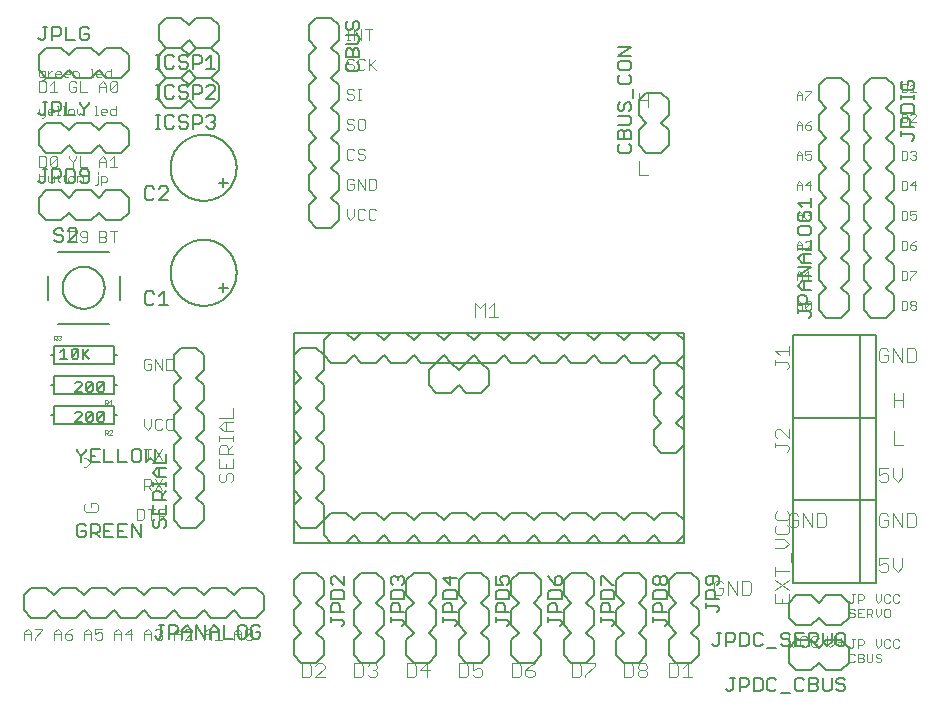
<source format=gto>
G75*
%MOIN*%
%OFA0B0*%
%FSLAX25Y25*%
%IPPOS*%
%LPD*%
%AMOC8*
5,1,8,0,0,1.08239X$1,22.5*
%
%ADD10C,0.00300*%
%ADD11C,0.00400*%
%ADD12C,0.00500*%
%ADD13C,0.00800*%
%ADD14C,0.00100*%
%ADD15C,0.00600*%
D10*
X0006150Y0020017D02*
X0006150Y0022485D01*
X0007384Y0023720D01*
X0008619Y0022485D01*
X0008619Y0020017D01*
X0009833Y0020017D02*
X0009833Y0020634D01*
X0012302Y0023103D01*
X0012302Y0023720D01*
X0009833Y0023720D01*
X0008619Y0021868D02*
X0006150Y0021868D01*
X0016150Y0021868D02*
X0018619Y0021868D01*
X0018619Y0022485D02*
X0018619Y0020017D01*
X0019833Y0020634D02*
X0020450Y0020017D01*
X0021685Y0020017D01*
X0022302Y0020634D01*
X0022302Y0021251D01*
X0021685Y0021868D01*
X0019833Y0021868D01*
X0019833Y0020634D01*
X0019833Y0021868D02*
X0021068Y0023103D01*
X0022302Y0023720D01*
X0018619Y0022485D02*
X0017384Y0023720D01*
X0016150Y0022485D01*
X0016150Y0020017D01*
X0026150Y0020017D02*
X0026150Y0022485D01*
X0027384Y0023720D01*
X0028619Y0022485D01*
X0028619Y0020017D01*
X0029833Y0020634D02*
X0030450Y0020017D01*
X0031685Y0020017D01*
X0032302Y0020634D01*
X0032302Y0021868D01*
X0031685Y0022485D01*
X0031068Y0022485D01*
X0029833Y0021868D01*
X0029833Y0023720D01*
X0032302Y0023720D01*
X0036150Y0022485D02*
X0036150Y0020017D01*
X0036150Y0021868D02*
X0038619Y0021868D01*
X0038619Y0022485D02*
X0038619Y0020017D01*
X0039833Y0021868D02*
X0042302Y0021868D01*
X0041685Y0020017D02*
X0041685Y0023720D01*
X0039833Y0021868D01*
X0038619Y0022485D02*
X0037384Y0023720D01*
X0036150Y0022485D01*
X0028619Y0021868D02*
X0026150Y0021868D01*
X0046150Y0021868D02*
X0048619Y0021868D01*
X0048619Y0022485D02*
X0048619Y0020017D01*
X0049833Y0020634D02*
X0050450Y0020017D01*
X0051685Y0020017D01*
X0052302Y0020634D01*
X0052302Y0021251D01*
X0051685Y0021868D01*
X0051068Y0021868D01*
X0051685Y0021868D02*
X0052302Y0022485D01*
X0052302Y0023103D01*
X0051685Y0023720D01*
X0050450Y0023720D01*
X0049833Y0023103D01*
X0048619Y0022485D02*
X0047384Y0023720D01*
X0046150Y0022485D01*
X0046150Y0020017D01*
X0056150Y0020017D02*
X0056150Y0022485D01*
X0057384Y0023720D01*
X0058619Y0022485D01*
X0058619Y0020017D01*
X0059833Y0020017D02*
X0062302Y0022485D01*
X0062302Y0023103D01*
X0061685Y0023720D01*
X0060450Y0023720D01*
X0059833Y0023103D01*
X0058619Y0021868D02*
X0056150Y0021868D01*
X0059833Y0020017D02*
X0062302Y0020017D01*
X0066150Y0020017D02*
X0066150Y0022485D01*
X0067384Y0023720D01*
X0068619Y0022485D01*
X0068619Y0020017D01*
X0069833Y0020017D02*
X0072302Y0020017D01*
X0071068Y0020017D02*
X0071068Y0023720D01*
X0069833Y0022485D01*
X0068619Y0021868D02*
X0066150Y0021868D01*
X0076150Y0021868D02*
X0078619Y0021868D01*
X0078619Y0022485D02*
X0078619Y0020017D01*
X0079833Y0020634D02*
X0082302Y0023103D01*
X0082302Y0020634D01*
X0081685Y0020017D01*
X0080450Y0020017D01*
X0079833Y0020634D01*
X0079833Y0023103D01*
X0080450Y0023720D01*
X0081685Y0023720D01*
X0082302Y0023103D01*
X0078619Y0022485D02*
X0077384Y0023720D01*
X0076150Y0022485D01*
X0076150Y0020017D01*
X0053485Y0060017D02*
X0052251Y0061251D01*
X0052868Y0061251D02*
X0051016Y0061251D01*
X0051016Y0060017D02*
X0051016Y0063720D01*
X0052868Y0063720D01*
X0053485Y0063103D01*
X0053485Y0061868D01*
X0052868Y0061251D01*
X0049802Y0063720D02*
X0047333Y0063720D01*
X0048568Y0063720D02*
X0048568Y0060017D01*
X0046119Y0060634D02*
X0046119Y0063103D01*
X0045502Y0063720D01*
X0043650Y0063720D01*
X0043650Y0060017D01*
X0045502Y0060017D01*
X0046119Y0060634D01*
X0046150Y0070017D02*
X0046150Y0073720D01*
X0048002Y0073720D01*
X0048619Y0073103D01*
X0048619Y0071868D01*
X0048002Y0071251D01*
X0046150Y0071251D01*
X0047384Y0071251D02*
X0048619Y0070017D01*
X0049833Y0070017D02*
X0052302Y0073720D01*
X0049833Y0073720D02*
X0052302Y0070017D01*
X0052302Y0080017D02*
X0049833Y0083720D01*
X0048619Y0083720D02*
X0046150Y0083720D01*
X0047384Y0083720D02*
X0047384Y0080017D01*
X0049833Y0080017D02*
X0052302Y0083720D01*
X0051685Y0090017D02*
X0052302Y0090634D01*
X0051685Y0090017D02*
X0050450Y0090017D01*
X0049833Y0090634D01*
X0049833Y0093103D01*
X0050450Y0093720D01*
X0051685Y0093720D01*
X0052302Y0093103D01*
X0053516Y0093103D02*
X0053516Y0090634D01*
X0054133Y0090017D01*
X0055368Y0090017D01*
X0055985Y0090634D01*
X0055985Y0093103D02*
X0055368Y0093720D01*
X0054133Y0093720D01*
X0053516Y0093103D01*
X0048619Y0093720D02*
X0048619Y0091251D01*
X0047384Y0090017D01*
X0046150Y0091251D01*
X0046150Y0093720D01*
X0046767Y0110017D02*
X0046150Y0110634D01*
X0046150Y0113103D01*
X0046767Y0113720D01*
X0048002Y0113720D01*
X0048619Y0113103D01*
X0048619Y0111868D02*
X0047384Y0111868D01*
X0048619Y0111868D02*
X0048619Y0110634D01*
X0048002Y0110017D01*
X0046767Y0110017D01*
X0049833Y0110017D02*
X0049833Y0113720D01*
X0052302Y0110017D01*
X0052302Y0113720D01*
X0053516Y0113720D02*
X0053516Y0110017D01*
X0055368Y0110017D01*
X0055985Y0110634D01*
X0055985Y0113103D01*
X0055368Y0113720D01*
X0053516Y0113720D01*
X0036068Y0152517D02*
X0036068Y0156220D01*
X0037302Y0156220D02*
X0034833Y0156220D01*
X0033619Y0155603D02*
X0033619Y0154985D01*
X0033002Y0154368D01*
X0031150Y0154368D01*
X0031150Y0152517D02*
X0033002Y0152517D01*
X0033619Y0153134D01*
X0033619Y0153751D01*
X0033002Y0154368D01*
X0033619Y0155603D02*
X0033002Y0156220D01*
X0031150Y0156220D01*
X0031150Y0152517D01*
X0027302Y0153134D02*
X0027302Y0155603D01*
X0026685Y0156220D01*
X0025450Y0156220D01*
X0024833Y0155603D01*
X0024833Y0154985D01*
X0025450Y0154368D01*
X0027302Y0154368D01*
X0027302Y0153134D02*
X0026685Y0152517D01*
X0025450Y0152517D01*
X0024833Y0153134D01*
X0023619Y0153134D02*
X0023619Y0155603D01*
X0023002Y0156220D01*
X0021150Y0156220D01*
X0021150Y0152517D01*
X0023002Y0152517D01*
X0023619Y0153134D01*
X0023918Y0172517D02*
X0023918Y0174452D01*
X0025369Y0174452D01*
X0025853Y0173968D01*
X0025853Y0172517D01*
X0022907Y0173000D02*
X0022907Y0173968D01*
X0022423Y0174452D01*
X0021455Y0174452D01*
X0020972Y0173968D01*
X0020972Y0173000D01*
X0021455Y0172517D01*
X0022423Y0172517D01*
X0022907Y0173000D01*
X0019975Y0172517D02*
X0019491Y0173000D01*
X0019491Y0174935D01*
X0019007Y0174452D02*
X0019975Y0174452D01*
X0018011Y0174452D02*
X0017043Y0174452D01*
X0017527Y0174935D02*
X0017527Y0173000D01*
X0018011Y0172517D01*
X0016031Y0172517D02*
X0016031Y0174452D01*
X0014097Y0174452D02*
X0014097Y0173000D01*
X0014580Y0172517D01*
X0016031Y0172517D01*
X0013085Y0173000D02*
X0013085Y0173968D01*
X0012601Y0174452D01*
X0011150Y0174452D01*
X0011150Y0175419D02*
X0011150Y0172517D01*
X0012601Y0172517D01*
X0013085Y0173000D01*
X0013002Y0177517D02*
X0011150Y0177517D01*
X0011150Y0181220D01*
X0013002Y0181220D01*
X0013619Y0180603D01*
X0013619Y0178134D01*
X0013002Y0177517D01*
X0014833Y0178134D02*
X0017302Y0180603D01*
X0017302Y0178134D01*
X0016685Y0177517D01*
X0015450Y0177517D01*
X0014833Y0178134D01*
X0014833Y0180603D01*
X0015450Y0181220D01*
X0016685Y0181220D01*
X0017302Y0180603D01*
X0021150Y0180603D02*
X0021150Y0181220D01*
X0021150Y0180603D02*
X0022384Y0179368D01*
X0022384Y0177517D01*
X0022384Y0179368D02*
X0023619Y0180603D01*
X0023619Y0181220D01*
X0024833Y0181220D02*
X0024833Y0177517D01*
X0027302Y0177517D01*
X0030779Y0175903D02*
X0030779Y0175419D01*
X0030779Y0174452D02*
X0030779Y0172033D01*
X0030295Y0171549D01*
X0029811Y0171549D01*
X0031776Y0171549D02*
X0031776Y0174452D01*
X0033227Y0174452D01*
X0033711Y0173968D01*
X0033711Y0173000D01*
X0033227Y0172517D01*
X0031776Y0172517D01*
X0031150Y0177517D02*
X0031150Y0179985D01*
X0032384Y0181220D01*
X0033619Y0179985D01*
X0033619Y0177517D01*
X0034833Y0177517D02*
X0037302Y0177517D01*
X0036068Y0177517D02*
X0036068Y0181220D01*
X0034833Y0179985D01*
X0033619Y0179368D02*
X0031150Y0179368D01*
X0030779Y0195017D02*
X0029811Y0195017D01*
X0030295Y0195017D02*
X0030295Y0197919D01*
X0029811Y0197919D01*
X0031776Y0196468D02*
X0032259Y0196952D01*
X0033227Y0196952D01*
X0033711Y0196468D01*
X0033711Y0195984D01*
X0031776Y0195984D01*
X0031776Y0195500D02*
X0031776Y0196468D01*
X0031776Y0195500D02*
X0032259Y0195017D01*
X0033227Y0195017D01*
X0034722Y0195500D02*
X0034722Y0196468D01*
X0035206Y0196952D01*
X0036657Y0196952D01*
X0036657Y0197919D02*
X0036657Y0195017D01*
X0035206Y0195017D01*
X0034722Y0195500D01*
X0035450Y0202517D02*
X0034833Y0203134D01*
X0037302Y0205603D01*
X0037302Y0203134D01*
X0036685Y0202517D01*
X0035450Y0202517D01*
X0034833Y0203134D02*
X0034833Y0205603D01*
X0035450Y0206220D01*
X0036685Y0206220D01*
X0037302Y0205603D01*
X0035184Y0207517D02*
X0033733Y0207517D01*
X0033249Y0208000D01*
X0033249Y0208968D01*
X0033733Y0209452D01*
X0035184Y0209452D01*
X0035184Y0210419D02*
X0035184Y0207517D01*
X0033619Y0204985D02*
X0033619Y0202517D01*
X0033619Y0204368D02*
X0031150Y0204368D01*
X0031150Y0204985D02*
X0031150Y0202517D01*
X0031150Y0204985D02*
X0032384Y0206220D01*
X0033619Y0204985D01*
X0031754Y0207517D02*
X0030786Y0207517D01*
X0030302Y0208000D01*
X0030302Y0208968D01*
X0030786Y0209452D01*
X0031754Y0209452D01*
X0032237Y0208968D01*
X0032237Y0208484D01*
X0030302Y0208484D01*
X0029305Y0207517D02*
X0028338Y0207517D01*
X0028822Y0207517D02*
X0028822Y0210419D01*
X0028338Y0210419D01*
X0024380Y0208968D02*
X0024380Y0207517D01*
X0024833Y0206220D02*
X0024833Y0202517D01*
X0027302Y0202517D01*
X0023619Y0203134D02*
X0023619Y0204368D01*
X0022384Y0204368D01*
X0021150Y0203134D02*
X0021767Y0202517D01*
X0023002Y0202517D01*
X0023619Y0203134D01*
X0023619Y0205603D02*
X0023002Y0206220D01*
X0021767Y0206220D01*
X0021150Y0205603D01*
X0021150Y0203134D01*
X0017302Y0202517D02*
X0014833Y0202517D01*
X0016068Y0202517D02*
X0016068Y0206220D01*
X0014833Y0204985D01*
X0013619Y0205603D02*
X0013002Y0206220D01*
X0011150Y0206220D01*
X0011150Y0202517D01*
X0013002Y0202517D01*
X0013619Y0203134D01*
X0013619Y0205603D01*
X0012601Y0206549D02*
X0013085Y0207033D01*
X0013085Y0209452D01*
X0011634Y0209452D01*
X0011150Y0208968D01*
X0011150Y0208000D01*
X0011634Y0207517D01*
X0013085Y0207517D01*
X0014097Y0207517D02*
X0014097Y0209452D01*
X0015064Y0209452D02*
X0015548Y0209452D01*
X0015064Y0209452D02*
X0014097Y0208484D01*
X0012601Y0206549D02*
X0012117Y0206549D01*
X0016552Y0208000D02*
X0016552Y0208968D01*
X0017036Y0209452D01*
X0018003Y0209452D01*
X0018487Y0208968D01*
X0018487Y0208484D01*
X0016552Y0208484D01*
X0016552Y0208000D02*
X0017036Y0207517D01*
X0018003Y0207517D01*
X0019498Y0208000D02*
X0019498Y0208968D01*
X0019982Y0209452D01*
X0020950Y0209452D01*
X0021433Y0208968D01*
X0021433Y0208484D01*
X0019498Y0208484D01*
X0019498Y0208000D02*
X0019982Y0207517D01*
X0020950Y0207517D01*
X0022445Y0207517D02*
X0022445Y0209452D01*
X0023896Y0209452D01*
X0024380Y0208968D01*
X0019491Y0197919D02*
X0019491Y0195017D01*
X0019007Y0195017D02*
X0019975Y0195017D01*
X0020972Y0195500D02*
X0021455Y0195017D01*
X0022423Y0195017D01*
X0022907Y0195500D01*
X0022907Y0196468D01*
X0022423Y0196952D01*
X0021455Y0196952D01*
X0020972Y0196468D01*
X0020972Y0195500D01*
X0019491Y0197919D02*
X0019007Y0197919D01*
X0017527Y0197919D02*
X0017527Y0195017D01*
X0017043Y0195017D02*
X0018011Y0195017D01*
X0016031Y0195984D02*
X0014097Y0195984D01*
X0014097Y0195500D02*
X0014097Y0196468D01*
X0014580Y0196952D01*
X0015548Y0196952D01*
X0016031Y0196468D01*
X0016031Y0195984D01*
X0015548Y0195017D02*
X0014580Y0195017D01*
X0014097Y0195500D01*
X0013085Y0195017D02*
X0011634Y0195017D01*
X0011150Y0195500D01*
X0011150Y0196952D01*
X0013085Y0196952D02*
X0013085Y0194533D01*
X0012601Y0194049D01*
X0012117Y0194049D01*
X0017043Y0197919D02*
X0017527Y0197919D01*
X0023918Y0196952D02*
X0023918Y0195500D01*
X0024402Y0195017D01*
X0024886Y0195500D01*
X0025369Y0195017D01*
X0025853Y0195500D01*
X0025853Y0196952D01*
X0113650Y0200634D02*
X0114267Y0200017D01*
X0115502Y0200017D01*
X0116119Y0200634D01*
X0116119Y0201251D01*
X0115502Y0201868D01*
X0114267Y0201868D01*
X0113650Y0202485D01*
X0113650Y0203103D01*
X0114267Y0203720D01*
X0115502Y0203720D01*
X0116119Y0203103D01*
X0117333Y0203720D02*
X0118568Y0203720D01*
X0117950Y0203720D02*
X0117950Y0200017D01*
X0117333Y0200017D02*
X0118568Y0200017D01*
X0119185Y0193720D02*
X0119802Y0193103D01*
X0119802Y0190634D01*
X0119185Y0190017D01*
X0117950Y0190017D01*
X0117333Y0190634D01*
X0117333Y0193103D01*
X0117950Y0193720D01*
X0119185Y0193720D01*
X0116119Y0193103D02*
X0115502Y0193720D01*
X0114267Y0193720D01*
X0113650Y0193103D01*
X0113650Y0192485D01*
X0114267Y0191868D01*
X0115502Y0191868D01*
X0116119Y0191251D01*
X0116119Y0190634D01*
X0115502Y0190017D01*
X0114267Y0190017D01*
X0113650Y0190634D01*
X0114267Y0183720D02*
X0113650Y0183103D01*
X0113650Y0180634D01*
X0114267Y0180017D01*
X0115502Y0180017D01*
X0116119Y0180634D01*
X0117333Y0180634D02*
X0117950Y0180017D01*
X0119185Y0180017D01*
X0119802Y0180634D01*
X0119802Y0181251D01*
X0119185Y0181868D01*
X0117950Y0181868D01*
X0117333Y0182485D01*
X0117333Y0183103D01*
X0117950Y0183720D01*
X0119185Y0183720D01*
X0119802Y0183103D01*
X0116119Y0183103D02*
X0115502Y0183720D01*
X0114267Y0183720D01*
X0114267Y0173720D02*
X0113650Y0173103D01*
X0113650Y0170634D01*
X0114267Y0170017D01*
X0115502Y0170017D01*
X0116119Y0170634D01*
X0116119Y0171868D01*
X0114884Y0171868D01*
X0116119Y0173103D02*
X0115502Y0173720D01*
X0114267Y0173720D01*
X0117333Y0173720D02*
X0119802Y0170017D01*
X0119802Y0173720D01*
X0121016Y0173720D02*
X0122868Y0173720D01*
X0123485Y0173103D01*
X0123485Y0170634D01*
X0122868Y0170017D01*
X0121016Y0170017D01*
X0121016Y0173720D01*
X0117333Y0173720D02*
X0117333Y0170017D01*
X0117950Y0163720D02*
X0117333Y0163103D01*
X0117333Y0160634D01*
X0117950Y0160017D01*
X0119185Y0160017D01*
X0119802Y0160634D01*
X0121016Y0160634D02*
X0121016Y0163103D01*
X0121633Y0163720D01*
X0122868Y0163720D01*
X0123485Y0163103D01*
X0123485Y0160634D02*
X0122868Y0160017D01*
X0121633Y0160017D01*
X0121016Y0160634D01*
X0119802Y0163103D02*
X0119185Y0163720D01*
X0117950Y0163720D01*
X0116119Y0163720D02*
X0116119Y0161251D01*
X0114884Y0160017D01*
X0113650Y0161251D01*
X0113650Y0163720D01*
X0114267Y0210017D02*
X0113650Y0210634D01*
X0114267Y0210017D02*
X0115502Y0210017D01*
X0116119Y0210634D01*
X0116119Y0211251D01*
X0115502Y0211868D01*
X0114267Y0211868D01*
X0113650Y0212485D01*
X0113650Y0213103D01*
X0114267Y0213720D01*
X0115502Y0213720D01*
X0116119Y0213103D01*
X0117333Y0213103D02*
X0117333Y0210634D01*
X0117950Y0210017D01*
X0119185Y0210017D01*
X0119802Y0210634D01*
X0121016Y0211251D02*
X0123485Y0213720D01*
X0121016Y0213720D02*
X0121016Y0210017D01*
X0121633Y0211868D02*
X0123485Y0210017D01*
X0119802Y0213103D02*
X0119185Y0213720D01*
X0117950Y0213720D01*
X0117333Y0213103D01*
X0116105Y0220017D02*
X0116105Y0223720D01*
X0118574Y0220017D01*
X0118574Y0223720D01*
X0119789Y0223720D02*
X0122257Y0223720D01*
X0121023Y0223720D02*
X0121023Y0220017D01*
X0114884Y0220017D02*
X0113650Y0220017D01*
X0114267Y0220017D02*
X0114267Y0223720D01*
X0113650Y0223720D02*
X0114884Y0223720D01*
X0263650Y0201952D02*
X0264617Y0202919D01*
X0265585Y0201952D01*
X0265585Y0200017D01*
X0266597Y0200017D02*
X0266597Y0200500D01*
X0268531Y0202435D01*
X0268531Y0202919D01*
X0266597Y0202919D01*
X0265585Y0201468D02*
X0263650Y0201468D01*
X0263650Y0201952D02*
X0263650Y0200017D01*
X0264617Y0192919D02*
X0265585Y0191952D01*
X0265585Y0190017D01*
X0266597Y0190500D02*
X0267080Y0190017D01*
X0268048Y0190017D01*
X0268531Y0190500D01*
X0268531Y0190984D01*
X0268048Y0191468D01*
X0266597Y0191468D01*
X0266597Y0190500D01*
X0266597Y0191468D02*
X0267564Y0192435D01*
X0268531Y0192919D01*
X0265585Y0191468D02*
X0263650Y0191468D01*
X0263650Y0191952D02*
X0264617Y0192919D01*
X0263650Y0191952D02*
X0263650Y0190017D01*
X0264617Y0182919D02*
X0265585Y0181952D01*
X0265585Y0180017D01*
X0266597Y0180500D02*
X0267080Y0180017D01*
X0268048Y0180017D01*
X0268531Y0180500D01*
X0268531Y0181468D01*
X0268048Y0181952D01*
X0267564Y0181952D01*
X0266597Y0181468D01*
X0266597Y0182919D01*
X0268531Y0182919D01*
X0265585Y0181468D02*
X0263650Y0181468D01*
X0263650Y0181952D02*
X0264617Y0182919D01*
X0263650Y0181952D02*
X0263650Y0180017D01*
X0264617Y0172919D02*
X0265585Y0171952D01*
X0265585Y0170017D01*
X0265585Y0171468D02*
X0263650Y0171468D01*
X0263650Y0171952D02*
X0264617Y0172919D01*
X0263650Y0171952D02*
X0263650Y0170017D01*
X0266597Y0171468D02*
X0268531Y0171468D01*
X0268048Y0170017D02*
X0268048Y0172919D01*
X0266597Y0171468D01*
X0267080Y0162919D02*
X0268048Y0162919D01*
X0268531Y0162435D01*
X0268531Y0161952D01*
X0268048Y0161468D01*
X0268531Y0160984D01*
X0268531Y0160500D01*
X0268048Y0160017D01*
X0267080Y0160017D01*
X0266597Y0160500D01*
X0265585Y0160017D02*
X0265585Y0161952D01*
X0264617Y0162919D01*
X0263650Y0161952D01*
X0263650Y0160017D01*
X0263650Y0161468D02*
X0265585Y0161468D01*
X0266597Y0162435D02*
X0267080Y0162919D01*
X0267564Y0161468D02*
X0268048Y0161468D01*
X0268048Y0152919D02*
X0267080Y0152919D01*
X0266597Y0152435D01*
X0265585Y0151952D02*
X0265585Y0150017D01*
X0266597Y0150017D02*
X0268531Y0151952D01*
X0268531Y0152435D01*
X0268048Y0152919D01*
X0265585Y0151952D02*
X0264617Y0152919D01*
X0263650Y0151952D01*
X0263650Y0150017D01*
X0263650Y0151468D02*
X0265585Y0151468D01*
X0266597Y0150017D02*
X0268531Y0150017D01*
X0267564Y0142919D02*
X0267564Y0140017D01*
X0266597Y0140017D02*
X0268531Y0140017D01*
X0266597Y0141952D02*
X0267564Y0142919D01*
X0265585Y0141952D02*
X0265585Y0140017D01*
X0265585Y0141468D02*
X0263650Y0141468D01*
X0263650Y0141952D02*
X0264617Y0142919D01*
X0265585Y0141952D01*
X0263650Y0141952D02*
X0263650Y0140017D01*
X0264617Y0132919D02*
X0265585Y0131952D01*
X0265585Y0130017D01*
X0266597Y0130500D02*
X0268531Y0132435D01*
X0268531Y0130500D01*
X0268048Y0130017D01*
X0267080Y0130017D01*
X0266597Y0130500D01*
X0266597Y0132435D01*
X0267080Y0132919D01*
X0268048Y0132919D01*
X0268531Y0132435D01*
X0265585Y0131468D02*
X0263650Y0131468D01*
X0263650Y0131952D02*
X0264617Y0132919D01*
X0263650Y0131952D02*
X0263650Y0130017D01*
X0298650Y0130017D02*
X0300101Y0130017D01*
X0300585Y0130500D01*
X0300585Y0132435D01*
X0300101Y0132919D01*
X0298650Y0132919D01*
X0298650Y0130017D01*
X0301597Y0130500D02*
X0301597Y0130984D01*
X0302080Y0131468D01*
X0303048Y0131468D01*
X0303531Y0130984D01*
X0303531Y0130500D01*
X0303048Y0130017D01*
X0302080Y0130017D01*
X0301597Y0130500D01*
X0302080Y0131468D02*
X0301597Y0131952D01*
X0301597Y0132435D01*
X0302080Y0132919D01*
X0303048Y0132919D01*
X0303531Y0132435D01*
X0303531Y0131952D01*
X0303048Y0131468D01*
X0301597Y0140017D02*
X0301597Y0140500D01*
X0303531Y0142435D01*
X0303531Y0142919D01*
X0301597Y0142919D01*
X0300585Y0142435D02*
X0300101Y0142919D01*
X0298650Y0142919D01*
X0298650Y0140017D01*
X0300101Y0140017D01*
X0300585Y0140500D01*
X0300585Y0142435D01*
X0300101Y0150017D02*
X0298650Y0150017D01*
X0298650Y0152919D01*
X0300101Y0152919D01*
X0300585Y0152435D01*
X0300585Y0150500D01*
X0300101Y0150017D01*
X0301597Y0150500D02*
X0302080Y0150017D01*
X0303048Y0150017D01*
X0303531Y0150500D01*
X0303531Y0150984D01*
X0303048Y0151468D01*
X0301597Y0151468D01*
X0301597Y0150500D01*
X0301597Y0151468D02*
X0302564Y0152435D01*
X0303531Y0152919D01*
X0303048Y0160017D02*
X0302080Y0160017D01*
X0301597Y0160500D01*
X0301597Y0161468D02*
X0302564Y0161952D01*
X0303048Y0161952D01*
X0303531Y0161468D01*
X0303531Y0160500D01*
X0303048Y0160017D01*
X0301597Y0161468D02*
X0301597Y0162919D01*
X0303531Y0162919D01*
X0300585Y0162435D02*
X0300585Y0160500D01*
X0300101Y0160017D01*
X0298650Y0160017D01*
X0298650Y0162919D01*
X0300101Y0162919D01*
X0300585Y0162435D01*
X0300101Y0170017D02*
X0298650Y0170017D01*
X0298650Y0172919D01*
X0300101Y0172919D01*
X0300585Y0172435D01*
X0300585Y0170500D01*
X0300101Y0170017D01*
X0301597Y0171468D02*
X0303531Y0171468D01*
X0303048Y0172919D02*
X0301597Y0171468D01*
X0303048Y0170017D02*
X0303048Y0172919D01*
X0303048Y0180017D02*
X0302080Y0180017D01*
X0301597Y0180500D01*
X0300585Y0180500D02*
X0300585Y0182435D01*
X0300101Y0182919D01*
X0298650Y0182919D01*
X0298650Y0180017D01*
X0300101Y0180017D01*
X0300585Y0180500D01*
X0301597Y0182435D02*
X0302080Y0182919D01*
X0303048Y0182919D01*
X0303531Y0182435D01*
X0303531Y0181952D01*
X0303048Y0181468D01*
X0303531Y0180984D01*
X0303531Y0180500D01*
X0303048Y0180017D01*
X0303048Y0181468D02*
X0302564Y0181468D01*
X0301597Y0192517D02*
X0303531Y0194452D01*
X0303531Y0194935D01*
X0303048Y0195419D01*
X0302080Y0195419D01*
X0301597Y0194935D01*
X0300585Y0194935D02*
X0300101Y0195419D01*
X0298650Y0195419D01*
X0298650Y0192517D01*
X0300101Y0192517D01*
X0300585Y0193000D01*
X0300585Y0194935D01*
X0301597Y0192517D02*
X0303531Y0192517D01*
X0303531Y0202517D02*
X0301597Y0202517D01*
X0302564Y0202517D02*
X0302564Y0205419D01*
X0301597Y0204452D01*
X0300585Y0204935D02*
X0300585Y0203000D01*
X0300101Y0202517D01*
X0298650Y0202517D01*
X0298650Y0205419D01*
X0300101Y0205419D01*
X0300585Y0204935D01*
X0297334Y0035219D02*
X0296366Y0035219D01*
X0295883Y0034735D01*
X0295883Y0032800D01*
X0296366Y0032317D01*
X0297334Y0032317D01*
X0297818Y0032800D01*
X0297818Y0034735D02*
X0297334Y0035219D01*
X0294871Y0034735D02*
X0294387Y0035219D01*
X0293420Y0035219D01*
X0292936Y0034735D01*
X0292936Y0032800D01*
X0293420Y0032317D01*
X0294387Y0032317D01*
X0294871Y0032800D01*
X0294387Y0030419D02*
X0294871Y0029935D01*
X0294871Y0028000D01*
X0294387Y0027517D01*
X0293420Y0027517D01*
X0292936Y0028000D01*
X0292936Y0029935D01*
X0293420Y0030419D01*
X0294387Y0030419D01*
X0291925Y0030419D02*
X0291925Y0028484D01*
X0290957Y0027517D01*
X0289990Y0028484D01*
X0289990Y0030419D01*
X0288978Y0029935D02*
X0288978Y0028968D01*
X0288494Y0028484D01*
X0287043Y0028484D01*
X0287043Y0027517D02*
X0287043Y0030419D01*
X0288494Y0030419D01*
X0288978Y0029935D01*
X0288011Y0028484D02*
X0288978Y0027517D01*
X0286031Y0027517D02*
X0284097Y0027517D01*
X0284097Y0030419D01*
X0286031Y0030419D01*
X0285064Y0028968D02*
X0284097Y0028968D01*
X0283085Y0028484D02*
X0283085Y0028000D01*
X0282601Y0027517D01*
X0281634Y0027517D01*
X0281150Y0028000D01*
X0281634Y0028968D02*
X0282601Y0028968D01*
X0283085Y0028484D01*
X0283085Y0029935D02*
X0282601Y0030419D01*
X0281634Y0030419D01*
X0281150Y0029935D01*
X0281150Y0029452D01*
X0281634Y0028968D01*
X0281634Y0032317D02*
X0282117Y0032317D01*
X0282601Y0032800D01*
X0282601Y0035219D01*
X0282117Y0035219D02*
X0283085Y0035219D01*
X0284097Y0035219D02*
X0284097Y0032317D01*
X0284097Y0033284D02*
X0285548Y0033284D01*
X0286031Y0033768D01*
X0286031Y0034735D01*
X0285548Y0035219D01*
X0284097Y0035219D01*
X0281634Y0032317D02*
X0281150Y0032800D01*
X0289990Y0033284D02*
X0290957Y0032317D01*
X0291925Y0033284D01*
X0291925Y0035219D01*
X0289990Y0035219D02*
X0289990Y0033284D01*
X0289990Y0020219D02*
X0289990Y0018284D01*
X0290957Y0017317D01*
X0291925Y0018284D01*
X0291925Y0020219D01*
X0292936Y0019735D02*
X0292936Y0017800D01*
X0293420Y0017317D01*
X0294387Y0017317D01*
X0294871Y0017800D01*
X0295883Y0017800D02*
X0295883Y0019735D01*
X0296366Y0020219D01*
X0297334Y0020219D01*
X0297818Y0019735D01*
X0297818Y0017800D02*
X0297334Y0017317D01*
X0296366Y0017317D01*
X0295883Y0017800D01*
X0294871Y0019735D02*
X0294387Y0020219D01*
X0293420Y0020219D01*
X0292936Y0019735D01*
X0291441Y0015419D02*
X0290473Y0015419D01*
X0289990Y0014935D01*
X0289990Y0014452D01*
X0290473Y0013968D01*
X0291441Y0013968D01*
X0291925Y0013484D01*
X0291925Y0013000D01*
X0291441Y0012517D01*
X0290473Y0012517D01*
X0289990Y0013000D01*
X0288978Y0013000D02*
X0288978Y0015419D01*
X0287043Y0015419D02*
X0287043Y0013000D01*
X0287527Y0012517D01*
X0288494Y0012517D01*
X0288978Y0013000D01*
X0286031Y0013000D02*
X0285548Y0012517D01*
X0284097Y0012517D01*
X0284097Y0015419D01*
X0285548Y0015419D01*
X0286031Y0014935D01*
X0286031Y0014452D01*
X0285548Y0013968D01*
X0284097Y0013968D01*
X0283085Y0014935D02*
X0282601Y0015419D01*
X0281634Y0015419D01*
X0281150Y0014935D01*
X0281150Y0013000D01*
X0281634Y0012517D01*
X0282601Y0012517D01*
X0283085Y0013000D01*
X0285548Y0013968D02*
X0286031Y0013484D01*
X0286031Y0013000D01*
X0284097Y0017317D02*
X0284097Y0020219D01*
X0285548Y0020219D01*
X0286031Y0019735D01*
X0286031Y0018768D01*
X0285548Y0018284D01*
X0284097Y0018284D01*
X0282601Y0017800D02*
X0282601Y0020219D01*
X0282117Y0020219D02*
X0283085Y0020219D01*
X0282601Y0017800D02*
X0282117Y0017317D01*
X0281634Y0017317D01*
X0281150Y0017800D01*
X0279802Y0019368D02*
X0277333Y0019368D01*
X0276119Y0018751D02*
X0276119Y0021220D01*
X0276119Y0018751D02*
X0274884Y0017517D01*
X0273650Y0018751D01*
X0273650Y0021220D01*
X0270985Y0020603D02*
X0270368Y0021220D01*
X0269133Y0021220D01*
X0268516Y0020603D01*
X0268516Y0018134D01*
X0269133Y0017517D01*
X0270368Y0017517D01*
X0270985Y0018134D01*
X0267302Y0018134D02*
X0266685Y0017517D01*
X0265450Y0017517D01*
X0264833Y0018134D01*
X0264833Y0020603D01*
X0265450Y0021220D01*
X0266685Y0021220D01*
X0267302Y0020603D01*
X0263619Y0021220D02*
X0263619Y0018751D01*
X0262384Y0017517D01*
X0261150Y0018751D01*
X0261150Y0021220D01*
X0278568Y0020603D02*
X0278568Y0018134D01*
X0291441Y0015419D02*
X0291925Y0014935D01*
D11*
X0261115Y0032150D02*
X0261115Y0035219D01*
X0261115Y0036754D02*
X0256511Y0039823D01*
X0256511Y0041358D02*
X0256511Y0044427D01*
X0256511Y0042893D02*
X0261115Y0042893D01*
X0261882Y0045962D02*
X0261882Y0049031D01*
X0259580Y0050566D02*
X0256511Y0050566D01*
X0256511Y0053635D02*
X0259580Y0053635D01*
X0261115Y0052100D01*
X0259580Y0050566D01*
X0260348Y0055170D02*
X0257278Y0055170D01*
X0256511Y0055937D01*
X0256511Y0057472D01*
X0257278Y0058239D01*
X0257278Y0059774D02*
X0260348Y0059774D01*
X0261115Y0060541D01*
X0261115Y0062076D01*
X0260348Y0062843D01*
X0261200Y0061403D02*
X0261967Y0062171D01*
X0263502Y0062171D01*
X0264269Y0061403D01*
X0264269Y0059869D02*
X0262735Y0059869D01*
X0264269Y0059869D02*
X0264269Y0058334D01*
X0263502Y0057567D01*
X0261967Y0057567D01*
X0261200Y0058334D01*
X0261200Y0061403D01*
X0260348Y0058239D02*
X0261115Y0057472D01*
X0261115Y0055937D01*
X0260348Y0055170D01*
X0257278Y0059774D02*
X0256511Y0060541D01*
X0256511Y0062076D01*
X0257278Y0062843D01*
X0265804Y0062171D02*
X0265804Y0057567D01*
X0268873Y0057567D02*
X0268873Y0062171D01*
X0270408Y0062171D02*
X0272710Y0062171D01*
X0273477Y0061403D01*
X0273477Y0058334D01*
X0272710Y0057567D01*
X0270408Y0057567D01*
X0270408Y0062171D01*
X0265804Y0062171D02*
X0268873Y0057567D01*
X0291200Y0058334D02*
X0291967Y0057567D01*
X0293502Y0057567D01*
X0294269Y0058334D01*
X0294269Y0059869D01*
X0292735Y0059869D01*
X0294269Y0061403D02*
X0293502Y0062171D01*
X0291967Y0062171D01*
X0291200Y0061403D01*
X0291200Y0058334D01*
X0295804Y0057567D02*
X0295804Y0062171D01*
X0298873Y0057567D01*
X0298873Y0062171D01*
X0300408Y0062171D02*
X0302710Y0062171D01*
X0303477Y0061403D01*
X0303477Y0058334D01*
X0302710Y0057567D01*
X0300408Y0057567D01*
X0300408Y0062171D01*
X0297339Y0072567D02*
X0298873Y0074101D01*
X0298873Y0077171D01*
X0295804Y0077171D02*
X0295804Y0074101D01*
X0297339Y0072567D01*
X0294269Y0073334D02*
X0294269Y0074869D01*
X0293502Y0075636D01*
X0292735Y0075636D01*
X0291200Y0074869D01*
X0291200Y0077171D01*
X0294269Y0077171D01*
X0294269Y0073334D02*
X0293502Y0072567D01*
X0291967Y0072567D01*
X0291200Y0073334D01*
X0296200Y0085067D02*
X0299269Y0085067D01*
X0296200Y0085067D02*
X0296200Y0089671D01*
X0296200Y0097567D02*
X0296200Y0102171D01*
X0296200Y0099869D02*
X0299269Y0099869D01*
X0299269Y0102171D02*
X0299269Y0097567D01*
X0298873Y0112567D02*
X0298873Y0117171D01*
X0300408Y0117171D02*
X0302710Y0117171D01*
X0303477Y0116403D01*
X0303477Y0113334D01*
X0302710Y0112567D01*
X0300408Y0112567D01*
X0300408Y0117171D01*
X0295804Y0117171D02*
X0295804Y0112567D01*
X0294269Y0113334D02*
X0294269Y0114869D01*
X0292735Y0114869D01*
X0294269Y0116403D02*
X0293502Y0117171D01*
X0291967Y0117171D01*
X0291200Y0116403D01*
X0291200Y0113334D01*
X0291967Y0112567D01*
X0293502Y0112567D01*
X0294269Y0113334D01*
X0295804Y0117171D02*
X0298873Y0112567D01*
X0261115Y0111704D02*
X0260348Y0112472D01*
X0256511Y0112472D01*
X0256511Y0113239D02*
X0256511Y0111704D01*
X0260348Y0110170D02*
X0261115Y0110937D01*
X0261115Y0111704D01*
X0261115Y0114774D02*
X0261115Y0117843D01*
X0261115Y0116308D02*
X0256511Y0116308D01*
X0258046Y0114774D01*
X0258046Y0090343D02*
X0257278Y0090343D01*
X0256511Y0089576D01*
X0256511Y0088041D01*
X0257278Y0087274D01*
X0256511Y0085739D02*
X0256511Y0084204D01*
X0256511Y0084972D02*
X0260348Y0084972D01*
X0261115Y0084204D01*
X0261115Y0083437D01*
X0260348Y0082670D01*
X0261115Y0087274D02*
X0258046Y0090343D01*
X0261115Y0090343D02*
X0261115Y0087274D01*
X0291200Y0047171D02*
X0291200Y0044869D01*
X0292735Y0045636D01*
X0293502Y0045636D01*
X0294269Y0044869D01*
X0294269Y0043334D01*
X0293502Y0042567D01*
X0291967Y0042567D01*
X0291200Y0043334D01*
X0291200Y0047171D02*
X0294269Y0047171D01*
X0295804Y0047171D02*
X0295804Y0044101D01*
X0297339Y0042567D01*
X0298873Y0044101D01*
X0298873Y0047171D01*
X0261115Y0039823D02*
X0256511Y0036754D01*
X0256511Y0035219D02*
X0256511Y0032150D01*
X0261115Y0032150D01*
X0258813Y0032150D02*
X0258813Y0033685D01*
X0248477Y0035834D02*
X0247710Y0035067D01*
X0245408Y0035067D01*
X0245408Y0039671D01*
X0247710Y0039671D01*
X0248477Y0038903D01*
X0248477Y0035834D01*
X0243873Y0035067D02*
X0243873Y0039671D01*
X0240804Y0039671D02*
X0243873Y0035067D01*
X0240804Y0035067D02*
X0240804Y0039671D01*
X0239269Y0038903D02*
X0238502Y0039671D01*
X0236967Y0039671D01*
X0236200Y0038903D01*
X0236200Y0035834D01*
X0236967Y0035067D01*
X0238502Y0035067D01*
X0239269Y0035834D01*
X0239269Y0037369D01*
X0237735Y0037369D01*
X0227339Y0012171D02*
X0227339Y0007567D01*
X0228873Y0007567D02*
X0225804Y0007567D01*
X0224269Y0008334D02*
X0224269Y0011403D01*
X0223502Y0012171D01*
X0221200Y0012171D01*
X0221200Y0007567D01*
X0223502Y0007567D01*
X0224269Y0008334D01*
X0225804Y0010636D02*
X0227339Y0012171D01*
X0213873Y0011403D02*
X0213873Y0010636D01*
X0213106Y0009869D01*
X0211571Y0009869D01*
X0210804Y0010636D01*
X0210804Y0011403D01*
X0211571Y0012171D01*
X0213106Y0012171D01*
X0213873Y0011403D01*
X0213106Y0009869D02*
X0213873Y0009101D01*
X0213873Y0008334D01*
X0213106Y0007567D01*
X0211571Y0007567D01*
X0210804Y0008334D01*
X0210804Y0009101D01*
X0211571Y0009869D01*
X0209269Y0008334D02*
X0209269Y0011403D01*
X0208502Y0012171D01*
X0206200Y0012171D01*
X0206200Y0007567D01*
X0208502Y0007567D01*
X0209269Y0008334D01*
X0196373Y0011403D02*
X0193304Y0008334D01*
X0193304Y0007567D01*
X0191769Y0008334D02*
X0191769Y0011403D01*
X0191002Y0012171D01*
X0188700Y0012171D01*
X0188700Y0007567D01*
X0191002Y0007567D01*
X0191769Y0008334D01*
X0196373Y0011403D02*
X0196373Y0012171D01*
X0193304Y0012171D01*
X0176373Y0012171D02*
X0174839Y0011403D01*
X0173304Y0009869D01*
X0175606Y0009869D01*
X0176373Y0009101D01*
X0176373Y0008334D01*
X0175606Y0007567D01*
X0174071Y0007567D01*
X0173304Y0008334D01*
X0173304Y0009869D01*
X0171769Y0008334D02*
X0171769Y0011403D01*
X0171002Y0012171D01*
X0168700Y0012171D01*
X0168700Y0007567D01*
X0171002Y0007567D01*
X0171769Y0008334D01*
X0158873Y0008334D02*
X0158106Y0007567D01*
X0156571Y0007567D01*
X0155804Y0008334D01*
X0155804Y0009869D02*
X0157339Y0010636D01*
X0158106Y0010636D01*
X0158873Y0009869D01*
X0158873Y0008334D01*
X0155804Y0009869D02*
X0155804Y0012171D01*
X0158873Y0012171D01*
X0154269Y0011403D02*
X0153502Y0012171D01*
X0151200Y0012171D01*
X0151200Y0007567D01*
X0153502Y0007567D01*
X0154269Y0008334D01*
X0154269Y0011403D01*
X0141373Y0009869D02*
X0138304Y0009869D01*
X0140606Y0012171D01*
X0140606Y0007567D01*
X0136769Y0008334D02*
X0136769Y0011403D01*
X0136002Y0012171D01*
X0133700Y0012171D01*
X0133700Y0007567D01*
X0136002Y0007567D01*
X0136769Y0008334D01*
X0123873Y0008334D02*
X0123106Y0007567D01*
X0121571Y0007567D01*
X0120804Y0008334D01*
X0119269Y0008334D02*
X0119269Y0011403D01*
X0118502Y0012171D01*
X0116200Y0012171D01*
X0116200Y0007567D01*
X0118502Y0007567D01*
X0119269Y0008334D01*
X0120804Y0011403D02*
X0121571Y0012171D01*
X0123106Y0012171D01*
X0123873Y0011403D01*
X0123873Y0010636D01*
X0123106Y0009869D01*
X0123873Y0009101D01*
X0123873Y0008334D01*
X0123106Y0009869D02*
X0122339Y0009869D01*
X0106373Y0010636D02*
X0106373Y0011403D01*
X0105606Y0012171D01*
X0104071Y0012171D01*
X0103304Y0011403D01*
X0101769Y0011403D02*
X0101002Y0012171D01*
X0098700Y0012171D01*
X0098700Y0007567D01*
X0101002Y0007567D01*
X0101769Y0008334D01*
X0101769Y0011403D01*
X0103304Y0007567D02*
X0106373Y0010636D01*
X0106373Y0007567D02*
X0103304Y0007567D01*
X0030800Y0063334D02*
X0030800Y0064869D01*
X0030033Y0065636D01*
X0028498Y0065636D01*
X0028498Y0064101D01*
X0026963Y0062567D02*
X0030033Y0062567D01*
X0030800Y0063334D01*
X0026963Y0062567D02*
X0026196Y0063334D01*
X0026196Y0064869D01*
X0026963Y0065636D01*
X0026963Y0077567D02*
X0028498Y0079101D01*
X0030800Y0079101D01*
X0028498Y0079101D02*
X0026963Y0080636D01*
X0026196Y0080636D01*
X0026196Y0077567D02*
X0026963Y0077567D01*
X0071196Y0077171D02*
X0075800Y0077171D01*
X0075800Y0080240D01*
X0075800Y0081775D02*
X0071196Y0081775D01*
X0071196Y0084076D01*
X0071963Y0084844D01*
X0073498Y0084844D01*
X0074265Y0084076D01*
X0074265Y0081775D01*
X0074265Y0083309D02*
X0075800Y0084844D01*
X0075800Y0086378D02*
X0075800Y0087913D01*
X0075800Y0087146D02*
X0071196Y0087146D01*
X0071196Y0087913D02*
X0071196Y0086378D01*
X0072731Y0089448D02*
X0071196Y0090982D01*
X0072731Y0092517D01*
X0075800Y0092517D01*
X0075800Y0094052D02*
X0071196Y0094052D01*
X0073498Y0092517D02*
X0073498Y0089448D01*
X0072731Y0089448D02*
X0075800Y0089448D01*
X0075800Y0094052D02*
X0075800Y0097121D01*
X0071196Y0080240D02*
X0071196Y0077171D01*
X0071963Y0075636D02*
X0071196Y0074869D01*
X0071196Y0073334D01*
X0071963Y0072567D01*
X0072731Y0072567D01*
X0073498Y0073334D01*
X0073498Y0074869D01*
X0074265Y0075636D01*
X0075033Y0075636D01*
X0075800Y0074869D01*
X0075800Y0073334D01*
X0075033Y0072567D01*
X0073498Y0077171D02*
X0073498Y0078705D01*
X0156596Y0127567D02*
X0156596Y0132171D01*
X0158131Y0130636D01*
X0159665Y0132171D01*
X0159665Y0127567D01*
X0161200Y0127567D02*
X0164269Y0127567D01*
X0162735Y0127567D02*
X0162735Y0132171D01*
X0161200Y0130636D01*
X0211200Y0175067D02*
X0214269Y0175067D01*
X0211200Y0175067D02*
X0211200Y0179671D01*
X0211200Y0197567D02*
X0211200Y0202171D01*
X0211200Y0199869D02*
X0214269Y0199869D01*
X0214269Y0202171D02*
X0214269Y0197567D01*
D12*
X0208550Y0196879D02*
X0207799Y0196128D01*
X0208550Y0196879D02*
X0208550Y0198380D01*
X0207799Y0199131D01*
X0207049Y0199131D01*
X0206298Y0198380D01*
X0206298Y0196879D01*
X0205547Y0196128D01*
X0204797Y0196128D01*
X0204046Y0196879D01*
X0204046Y0198380D01*
X0204797Y0199131D01*
X0209301Y0200732D02*
X0209301Y0203735D01*
X0207799Y0205336D02*
X0204797Y0205336D01*
X0204046Y0206087D01*
X0204046Y0207588D01*
X0204797Y0208339D01*
X0204797Y0209940D02*
X0207799Y0209940D01*
X0208550Y0210691D01*
X0208550Y0212192D01*
X0207799Y0212943D01*
X0204797Y0212943D01*
X0204046Y0212192D01*
X0204046Y0210691D01*
X0204797Y0209940D01*
X0207799Y0208339D02*
X0208550Y0207588D01*
X0208550Y0206087D01*
X0207799Y0205336D01*
X0208550Y0214544D02*
X0204046Y0214544D01*
X0208550Y0217547D01*
X0204046Y0217547D01*
X0204046Y0194527D02*
X0207799Y0194527D01*
X0208550Y0193776D01*
X0208550Y0192275D01*
X0207799Y0191525D01*
X0204046Y0191525D01*
X0204797Y0189923D02*
X0205547Y0189923D01*
X0206298Y0189173D01*
X0206298Y0186921D01*
X0204797Y0185319D02*
X0204046Y0184569D01*
X0204046Y0183067D01*
X0204797Y0182317D01*
X0207799Y0182317D01*
X0208550Y0183067D01*
X0208550Y0184569D01*
X0207799Y0185319D01*
X0208550Y0186921D02*
X0204046Y0186921D01*
X0204046Y0189173D01*
X0204797Y0189923D01*
X0206298Y0189173D02*
X0207049Y0189923D01*
X0207799Y0189923D01*
X0208550Y0189173D01*
X0208550Y0186921D01*
X0264046Y0165649D02*
X0268550Y0165649D01*
X0268550Y0164148D02*
X0268550Y0167151D01*
X0265547Y0164148D02*
X0264046Y0165649D01*
X0264797Y0162547D02*
X0264046Y0161796D01*
X0264046Y0160295D01*
X0264797Y0159544D01*
X0267799Y0159544D01*
X0268550Y0160295D01*
X0268550Y0161796D01*
X0267799Y0162547D01*
X0266298Y0162547D01*
X0266298Y0161045D01*
X0264797Y0157943D02*
X0264046Y0157192D01*
X0264046Y0155691D01*
X0264797Y0154940D01*
X0267799Y0154940D01*
X0268550Y0155691D01*
X0268550Y0157192D01*
X0267799Y0157943D01*
X0264797Y0157943D01*
X0268550Y0153339D02*
X0268550Y0150336D01*
X0264046Y0150336D01*
X0265547Y0148735D02*
X0268550Y0148735D01*
X0266298Y0148735D02*
X0266298Y0145732D01*
X0265547Y0145732D02*
X0264046Y0147234D01*
X0265547Y0148735D01*
X0265547Y0145732D02*
X0268550Y0145732D01*
X0268550Y0144131D02*
X0264046Y0144131D01*
X0264046Y0141128D02*
X0268550Y0144131D01*
X0268550Y0141128D02*
X0264046Y0141128D01*
X0265547Y0139527D02*
X0264046Y0138026D01*
X0265547Y0136525D01*
X0268550Y0136525D01*
X0266298Y0136525D02*
X0266298Y0139527D01*
X0265547Y0139527D02*
X0268550Y0139527D01*
X0266298Y0134923D02*
X0264797Y0134923D01*
X0264046Y0134173D01*
X0264046Y0131921D01*
X0268550Y0131921D01*
X0267049Y0131921D02*
X0267049Y0134173D01*
X0266298Y0134923D01*
X0264046Y0130319D02*
X0264046Y0128818D01*
X0264046Y0129569D02*
X0267799Y0129569D01*
X0268550Y0128818D01*
X0268550Y0128067D01*
X0267799Y0127317D01*
X0262614Y0121540D02*
X0262614Y0093981D01*
X0284661Y0093981D01*
X0284661Y0121540D01*
X0262614Y0121540D01*
X0284661Y0121540D02*
X0290173Y0121540D01*
X0290173Y0093981D01*
X0284661Y0093981D01*
X0284661Y0094040D02*
X0284661Y0066481D01*
X0290173Y0066481D01*
X0290173Y0094040D01*
X0284661Y0094040D01*
X0262614Y0094040D01*
X0262614Y0066481D01*
X0284661Y0066481D01*
X0284661Y0066540D02*
X0284661Y0038981D01*
X0290173Y0038981D01*
X0290173Y0066540D01*
X0284661Y0066540D01*
X0262614Y0066540D01*
X0262614Y0038981D01*
X0284661Y0038981D01*
X0279198Y0022420D02*
X0279949Y0021670D01*
X0279949Y0018667D01*
X0279198Y0017917D01*
X0277697Y0017917D01*
X0276946Y0018667D01*
X0276946Y0021670D01*
X0277697Y0022420D01*
X0279198Y0022420D01*
X0275345Y0022420D02*
X0275345Y0019418D01*
X0273843Y0017917D01*
X0272342Y0019418D01*
X0272342Y0022420D01*
X0270741Y0021670D02*
X0270741Y0020169D01*
X0269990Y0019418D01*
X0267738Y0019418D01*
X0267738Y0017917D02*
X0267738Y0022420D01*
X0269990Y0022420D01*
X0270741Y0021670D01*
X0269239Y0019418D02*
X0270741Y0017917D01*
X0266137Y0017917D02*
X0263134Y0017917D01*
X0263134Y0022420D01*
X0266137Y0022420D01*
X0264635Y0020169D02*
X0263134Y0020169D01*
X0261533Y0019418D02*
X0261533Y0018667D01*
X0260782Y0017917D01*
X0259281Y0017917D01*
X0258530Y0018667D01*
X0259281Y0020169D02*
X0258530Y0020919D01*
X0258530Y0021670D01*
X0259281Y0022420D01*
X0260782Y0022420D01*
X0261533Y0021670D01*
X0260782Y0020169D02*
X0261533Y0019418D01*
X0260782Y0020169D02*
X0259281Y0020169D01*
X0256929Y0017166D02*
X0253926Y0017166D01*
X0252325Y0018667D02*
X0251574Y0017917D01*
X0250073Y0017917D01*
X0249322Y0018667D01*
X0249322Y0021670D01*
X0250073Y0022420D01*
X0251574Y0022420D01*
X0252325Y0021670D01*
X0247721Y0021670D02*
X0246970Y0022420D01*
X0244719Y0022420D01*
X0244719Y0017917D01*
X0246970Y0017917D01*
X0247721Y0018667D01*
X0247721Y0021670D01*
X0243117Y0021670D02*
X0243117Y0020169D01*
X0242366Y0019418D01*
X0240115Y0019418D01*
X0240115Y0017917D02*
X0240115Y0022420D01*
X0242366Y0022420D01*
X0243117Y0021670D01*
X0238513Y0022420D02*
X0237012Y0022420D01*
X0237763Y0022420D02*
X0237763Y0018667D01*
X0237012Y0017917D01*
X0236261Y0017917D01*
X0235511Y0018667D01*
X0241616Y0007420D02*
X0243117Y0007420D01*
X0242367Y0007420D02*
X0242367Y0003667D01*
X0241616Y0002917D01*
X0240865Y0002917D01*
X0240115Y0003667D01*
X0244719Y0002917D02*
X0244719Y0007420D01*
X0246970Y0007420D01*
X0247721Y0006670D01*
X0247721Y0005169D01*
X0246970Y0004418D01*
X0244719Y0004418D01*
X0249322Y0002917D02*
X0251574Y0002917D01*
X0252325Y0003667D01*
X0252325Y0006670D01*
X0251574Y0007420D01*
X0249322Y0007420D01*
X0249322Y0002917D01*
X0253926Y0003667D02*
X0254677Y0002917D01*
X0256178Y0002917D01*
X0256929Y0003667D01*
X0258530Y0002166D02*
X0261533Y0002166D01*
X0263134Y0003667D02*
X0263885Y0002917D01*
X0265386Y0002917D01*
X0266137Y0003667D01*
X0267738Y0002917D02*
X0269990Y0002917D01*
X0270741Y0003667D01*
X0270741Y0004418D01*
X0269990Y0005169D01*
X0267738Y0005169D01*
X0266137Y0006670D02*
X0265386Y0007420D01*
X0263885Y0007420D01*
X0263134Y0006670D01*
X0263134Y0003667D01*
X0267738Y0002917D02*
X0267738Y0007420D01*
X0269990Y0007420D01*
X0270741Y0006670D01*
X0270741Y0005919D01*
X0269990Y0005169D01*
X0272342Y0003667D02*
X0273093Y0002917D01*
X0274594Y0002917D01*
X0275345Y0003667D01*
X0275345Y0007420D01*
X0276946Y0006670D02*
X0276946Y0005919D01*
X0277697Y0005169D01*
X0279198Y0005169D01*
X0279949Y0004418D01*
X0279949Y0003667D01*
X0279198Y0002917D01*
X0277697Y0002917D01*
X0276946Y0003667D01*
X0276946Y0006670D02*
X0277697Y0007420D01*
X0279198Y0007420D01*
X0279949Y0006670D01*
X0272342Y0007420D02*
X0272342Y0003667D01*
X0256929Y0006670D02*
X0256178Y0007420D01*
X0254677Y0007420D01*
X0253926Y0006670D01*
X0253926Y0003667D01*
X0237199Y0029105D02*
X0237950Y0029855D01*
X0237950Y0030606D01*
X0237199Y0031357D01*
X0233446Y0031357D01*
X0233446Y0032107D02*
X0233446Y0030606D01*
X0233446Y0033709D02*
X0233446Y0035961D01*
X0234197Y0036711D01*
X0235698Y0036711D01*
X0236449Y0035961D01*
X0236449Y0033709D01*
X0237950Y0033709D02*
X0233446Y0033709D01*
X0234197Y0038313D02*
X0234947Y0038313D01*
X0235698Y0039063D01*
X0235698Y0041315D01*
X0237199Y0041315D02*
X0234197Y0041315D01*
X0233446Y0040565D01*
X0233446Y0039063D01*
X0234197Y0038313D01*
X0237199Y0038313D02*
X0237950Y0039063D01*
X0237950Y0040565D01*
X0237199Y0041315D01*
X0226000Y0052367D02*
X0226000Y0122367D01*
X0213500Y0122367D01*
X0216000Y0119867D01*
X0218500Y0122367D01*
X0213500Y0122367D02*
X0198500Y0122367D01*
X0196000Y0119867D01*
X0193500Y0122367D01*
X0188500Y0122367D02*
X0186000Y0119867D01*
X0183500Y0122367D01*
X0178500Y0122367D02*
X0176000Y0119867D01*
X0173500Y0122367D01*
X0168500Y0122367D02*
X0166000Y0119867D01*
X0163500Y0122367D01*
X0158500Y0122367D02*
X0156000Y0119867D01*
X0153500Y0122367D01*
X0148500Y0122367D02*
X0146000Y0119867D01*
X0143500Y0122367D01*
X0138500Y0122367D02*
X0136000Y0119867D01*
X0133500Y0122367D01*
X0096000Y0122367D01*
X0096000Y0052367D01*
X0113500Y0052367D01*
X0116000Y0054867D01*
X0118500Y0052367D01*
X0123500Y0052367D01*
X0126000Y0054867D01*
X0128500Y0052367D01*
X0133500Y0052367D01*
X0136000Y0054867D01*
X0138500Y0052367D01*
X0143500Y0052367D01*
X0146000Y0054867D01*
X0148500Y0052367D01*
X0153500Y0052367D01*
X0156000Y0054867D01*
X0158500Y0052367D01*
X0163500Y0052367D01*
X0166000Y0054867D01*
X0168500Y0052367D01*
X0173500Y0052367D01*
X0176000Y0054867D01*
X0178500Y0052367D01*
X0183500Y0052367D01*
X0186000Y0054867D01*
X0188500Y0052367D01*
X0193500Y0052367D01*
X0196000Y0054867D01*
X0198500Y0052367D01*
X0203500Y0052367D01*
X0206000Y0054867D01*
X0208500Y0052367D01*
X0213500Y0052367D01*
X0216000Y0054867D01*
X0218500Y0052367D01*
X0226000Y0052367D01*
X0223500Y0052367D02*
X0226000Y0054867D01*
X0226000Y0059867D02*
X0223500Y0062367D01*
X0218500Y0062367D01*
X0216000Y0059867D01*
X0213500Y0062367D01*
X0208500Y0062367D01*
X0206000Y0059867D01*
X0203500Y0062367D01*
X0198500Y0062367D01*
X0196000Y0059867D01*
X0193500Y0062367D01*
X0188500Y0062367D01*
X0186000Y0059867D01*
X0183500Y0062367D01*
X0178500Y0062367D01*
X0176000Y0059867D01*
X0173500Y0062367D01*
X0168500Y0062367D01*
X0166000Y0059867D01*
X0163500Y0062367D01*
X0158500Y0062367D01*
X0156000Y0059867D01*
X0153500Y0062367D01*
X0148500Y0062367D01*
X0146000Y0059867D01*
X0143500Y0062367D01*
X0138500Y0062367D01*
X0136000Y0059867D01*
X0133500Y0062367D01*
X0128500Y0062367D01*
X0126000Y0059867D01*
X0123500Y0062367D01*
X0118500Y0062367D01*
X0116000Y0059867D01*
X0113500Y0062367D01*
X0108500Y0062367D01*
X0106000Y0059867D01*
X0106000Y0064867D01*
X0103500Y0067367D01*
X0106000Y0069867D01*
X0106000Y0074867D01*
X0103500Y0077367D01*
X0106000Y0079867D01*
X0106000Y0084867D01*
X0103500Y0087367D01*
X0106000Y0089867D01*
X0106000Y0094867D01*
X0103500Y0097367D01*
X0106000Y0099867D01*
X0106000Y0104867D01*
X0103500Y0107367D01*
X0106000Y0109867D01*
X0106000Y0114867D01*
X0103500Y0117367D01*
X0098500Y0117367D01*
X0096000Y0114867D01*
X0096000Y0109867D02*
X0098500Y0107367D01*
X0096000Y0104867D01*
X0096000Y0099867D02*
X0098500Y0097367D01*
X0096000Y0094867D01*
X0096000Y0089867D02*
X0098500Y0087367D01*
X0096000Y0084867D01*
X0096000Y0079867D02*
X0098500Y0077367D01*
X0096000Y0074867D01*
X0096000Y0069867D02*
X0098500Y0067367D01*
X0096000Y0064867D01*
X0096000Y0059867D02*
X0098500Y0057367D01*
X0103500Y0057367D01*
X0106000Y0059867D01*
X0106000Y0054867D01*
X0108500Y0052367D01*
X0113500Y0052367D02*
X0118500Y0052367D01*
X0123500Y0052367D02*
X0128500Y0052367D01*
X0133500Y0052367D02*
X0138500Y0052367D01*
X0143500Y0052367D02*
X0148500Y0052367D01*
X0153500Y0052367D02*
X0158500Y0052367D01*
X0163500Y0052367D02*
X0168500Y0052367D01*
X0173500Y0052367D02*
X0178500Y0052367D01*
X0183500Y0052367D02*
X0188500Y0052367D01*
X0193500Y0052367D02*
X0198500Y0052367D01*
X0203500Y0052367D02*
X0208500Y0052367D01*
X0213500Y0052367D02*
X0218500Y0052367D01*
X0218949Y0041315D02*
X0218198Y0040565D01*
X0218198Y0039063D01*
X0217447Y0038313D01*
X0216697Y0038313D01*
X0215946Y0039063D01*
X0215946Y0040565D01*
X0216697Y0041315D01*
X0217447Y0041315D01*
X0218198Y0040565D01*
X0218949Y0041315D02*
X0219699Y0041315D01*
X0220450Y0040565D01*
X0220450Y0039063D01*
X0219699Y0038313D01*
X0218949Y0038313D01*
X0218198Y0039063D01*
X0216697Y0036711D02*
X0215946Y0035961D01*
X0215946Y0033709D01*
X0220450Y0033709D01*
X0220450Y0035961D01*
X0219699Y0036711D01*
X0216697Y0036711D01*
X0216697Y0032107D02*
X0218198Y0032107D01*
X0218949Y0031357D01*
X0218949Y0029105D01*
X0220450Y0029105D02*
X0215946Y0029105D01*
X0215946Y0031357D01*
X0216697Y0032107D01*
X0215946Y0027503D02*
X0215946Y0026002D01*
X0215946Y0026753D02*
X0219699Y0026753D01*
X0220450Y0026002D01*
X0220450Y0025252D01*
X0219699Y0024501D01*
X0202950Y0025252D02*
X0202950Y0026002D01*
X0202199Y0026753D01*
X0198446Y0026753D01*
X0198446Y0027503D02*
X0198446Y0026002D01*
X0202199Y0024501D02*
X0202950Y0025252D01*
X0202950Y0029105D02*
X0198446Y0029105D01*
X0198446Y0031357D01*
X0199197Y0032107D01*
X0200698Y0032107D01*
X0201449Y0031357D01*
X0201449Y0029105D01*
X0202950Y0033709D02*
X0198446Y0033709D01*
X0198446Y0035961D01*
X0199197Y0036711D01*
X0202199Y0036711D01*
X0202950Y0035961D01*
X0202950Y0033709D01*
X0202950Y0038313D02*
X0202199Y0038313D01*
X0199197Y0041315D01*
X0198446Y0041315D01*
X0198446Y0038313D01*
X0185450Y0039063D02*
X0185450Y0040565D01*
X0184699Y0041315D01*
X0183949Y0041315D01*
X0183198Y0040565D01*
X0183198Y0038313D01*
X0184699Y0038313D01*
X0185450Y0039063D01*
X0183198Y0038313D02*
X0181697Y0039814D01*
X0180946Y0041315D01*
X0181697Y0036711D02*
X0180946Y0035961D01*
X0180946Y0033709D01*
X0185450Y0033709D01*
X0185450Y0035961D01*
X0184699Y0036711D01*
X0181697Y0036711D01*
X0181697Y0032107D02*
X0183198Y0032107D01*
X0183949Y0031357D01*
X0183949Y0029105D01*
X0185450Y0029105D02*
X0180946Y0029105D01*
X0180946Y0031357D01*
X0181697Y0032107D01*
X0180946Y0027503D02*
X0180946Y0026002D01*
X0180946Y0026753D02*
X0184699Y0026753D01*
X0185450Y0026002D01*
X0185450Y0025252D01*
X0184699Y0024501D01*
X0167950Y0025252D02*
X0167950Y0026002D01*
X0167199Y0026753D01*
X0163446Y0026753D01*
X0163446Y0027503D02*
X0163446Y0026002D01*
X0167199Y0024501D02*
X0167950Y0025252D01*
X0167950Y0029105D02*
X0163446Y0029105D01*
X0163446Y0031357D01*
X0164197Y0032107D01*
X0165698Y0032107D01*
X0166449Y0031357D01*
X0166449Y0029105D01*
X0167950Y0033709D02*
X0163446Y0033709D01*
X0163446Y0035961D01*
X0164197Y0036711D01*
X0167199Y0036711D01*
X0167950Y0035961D01*
X0167950Y0033709D01*
X0167199Y0038313D02*
X0167950Y0039063D01*
X0167950Y0040565D01*
X0167199Y0041315D01*
X0165698Y0041315D01*
X0164947Y0040565D01*
X0164947Y0039814D01*
X0165698Y0038313D01*
X0163446Y0038313D01*
X0163446Y0041315D01*
X0150450Y0040565D02*
X0145946Y0040565D01*
X0148198Y0038313D01*
X0148198Y0041315D01*
X0146697Y0036711D02*
X0145946Y0035961D01*
X0145946Y0033709D01*
X0150450Y0033709D01*
X0150450Y0035961D01*
X0149699Y0036711D01*
X0146697Y0036711D01*
X0146697Y0032107D02*
X0148198Y0032107D01*
X0148949Y0031357D01*
X0148949Y0029105D01*
X0150450Y0029105D02*
X0145946Y0029105D01*
X0145946Y0031357D01*
X0146697Y0032107D01*
X0145946Y0027503D02*
X0145946Y0026002D01*
X0145946Y0026753D02*
X0149699Y0026753D01*
X0150450Y0026002D01*
X0150450Y0025252D01*
X0149699Y0024501D01*
X0132950Y0025252D02*
X0132950Y0026002D01*
X0132199Y0026753D01*
X0128446Y0026753D01*
X0128446Y0027503D02*
X0128446Y0026002D01*
X0132199Y0024501D02*
X0132950Y0025252D01*
X0132950Y0029105D02*
X0128446Y0029105D01*
X0128446Y0031357D01*
X0129197Y0032107D01*
X0130698Y0032107D01*
X0131449Y0031357D01*
X0131449Y0029105D01*
X0132950Y0033709D02*
X0128446Y0033709D01*
X0128446Y0035961D01*
X0129197Y0036711D01*
X0132199Y0036711D01*
X0132950Y0035961D01*
X0132950Y0033709D01*
X0132199Y0038313D02*
X0132950Y0039063D01*
X0132950Y0040565D01*
X0132199Y0041315D01*
X0131449Y0041315D01*
X0130698Y0040565D01*
X0130698Y0039814D01*
X0130698Y0040565D02*
X0129947Y0041315D01*
X0129197Y0041315D01*
X0128446Y0040565D01*
X0128446Y0039063D01*
X0129197Y0038313D01*
X0112950Y0038313D02*
X0109947Y0041315D01*
X0109197Y0041315D01*
X0108446Y0040565D01*
X0108446Y0039063D01*
X0109197Y0038313D01*
X0109197Y0036711D02*
X0108446Y0035961D01*
X0108446Y0033709D01*
X0112950Y0033709D01*
X0112950Y0035961D01*
X0112199Y0036711D01*
X0109197Y0036711D01*
X0112950Y0038313D02*
X0112950Y0041315D01*
X0110698Y0032107D02*
X0111449Y0031357D01*
X0111449Y0029105D01*
X0112950Y0029105D02*
X0108446Y0029105D01*
X0108446Y0031357D01*
X0109197Y0032107D01*
X0110698Y0032107D01*
X0108446Y0027503D02*
X0108446Y0026002D01*
X0108446Y0026753D02*
X0112199Y0026753D01*
X0112950Y0026002D01*
X0112950Y0025252D01*
X0112199Y0024501D01*
X0084949Y0024170D02*
X0084198Y0024920D01*
X0082697Y0024920D01*
X0081946Y0024170D01*
X0081946Y0021167D01*
X0082697Y0020417D01*
X0084198Y0020417D01*
X0084949Y0021167D01*
X0084949Y0022669D01*
X0083447Y0022669D01*
X0080345Y0021167D02*
X0080345Y0024170D01*
X0079594Y0024920D01*
X0078093Y0024920D01*
X0077342Y0024170D01*
X0077342Y0021167D01*
X0078093Y0020417D01*
X0079594Y0020417D01*
X0080345Y0021167D01*
X0075741Y0020417D02*
X0072738Y0020417D01*
X0072738Y0024920D01*
X0071137Y0023419D02*
X0071137Y0020417D01*
X0071137Y0022669D02*
X0068134Y0022669D01*
X0068134Y0023419D02*
X0069636Y0024920D01*
X0071137Y0023419D01*
X0068134Y0023419D02*
X0068134Y0020417D01*
X0066533Y0020417D02*
X0066533Y0024920D01*
X0063530Y0024920D02*
X0066533Y0020417D01*
X0063530Y0020417D02*
X0063530Y0024920D01*
X0061929Y0023419D02*
X0061929Y0020417D01*
X0061929Y0022669D02*
X0058926Y0022669D01*
X0058926Y0023419D02*
X0060428Y0024920D01*
X0061929Y0023419D01*
X0058926Y0023419D02*
X0058926Y0020417D01*
X0057325Y0022669D02*
X0056574Y0021918D01*
X0054322Y0021918D01*
X0054322Y0020417D02*
X0054322Y0024920D01*
X0056574Y0024920D01*
X0057325Y0024170D01*
X0057325Y0022669D01*
X0052721Y0024920D02*
X0051220Y0024920D01*
X0051970Y0024920D02*
X0051970Y0021167D01*
X0051220Y0020417D01*
X0050469Y0020417D01*
X0049719Y0021167D01*
X0045168Y0054117D02*
X0045168Y0058620D01*
X0042166Y0058620D02*
X0045168Y0054117D01*
X0042166Y0054117D02*
X0042166Y0058620D01*
X0040564Y0058620D02*
X0037562Y0058620D01*
X0037562Y0054117D01*
X0040564Y0054117D01*
X0039063Y0056369D02*
X0037562Y0056369D01*
X0035960Y0058620D02*
X0032958Y0058620D01*
X0032958Y0054117D01*
X0035960Y0054117D01*
X0034459Y0056369D02*
X0032958Y0056369D01*
X0031356Y0056369D02*
X0030606Y0055618D01*
X0028354Y0055618D01*
X0029855Y0055618D02*
X0031356Y0054117D01*
X0031356Y0056369D02*
X0031356Y0057870D01*
X0030606Y0058620D01*
X0028354Y0058620D01*
X0028354Y0054117D01*
X0026753Y0054867D02*
X0026753Y0056369D01*
X0025251Y0056369D01*
X0023750Y0057870D02*
X0023750Y0054867D01*
X0024501Y0054117D01*
X0026002Y0054117D01*
X0026753Y0054867D01*
X0026753Y0057870D02*
X0026002Y0058620D01*
X0024501Y0058620D01*
X0023750Y0057870D01*
X0049046Y0058067D02*
X0049797Y0057317D01*
X0050547Y0057317D01*
X0051298Y0058067D01*
X0051298Y0059569D01*
X0052049Y0060319D01*
X0052799Y0060319D01*
X0053550Y0059569D01*
X0053550Y0058067D01*
X0052799Y0057317D01*
X0049797Y0060319D02*
X0049046Y0059569D01*
X0049046Y0058067D01*
X0049046Y0061921D02*
X0053550Y0061921D01*
X0053550Y0064923D01*
X0053550Y0066525D02*
X0049046Y0066525D01*
X0049046Y0068776D01*
X0049797Y0069527D01*
X0051298Y0069527D01*
X0052049Y0068776D01*
X0052049Y0066525D01*
X0052049Y0068026D02*
X0053550Y0069527D01*
X0053550Y0071128D02*
X0053550Y0072630D01*
X0053550Y0071879D02*
X0049046Y0071879D01*
X0049046Y0071128D02*
X0049046Y0072630D01*
X0050547Y0074198D02*
X0049046Y0075699D01*
X0050547Y0077200D01*
X0053550Y0077200D01*
X0053550Y0078802D02*
X0053550Y0081804D01*
X0053550Y0078802D02*
X0049046Y0078802D01*
X0049772Y0079117D02*
X0048271Y0080618D01*
X0046770Y0079117D01*
X0046770Y0083620D01*
X0045168Y0082870D02*
X0044418Y0083620D01*
X0042916Y0083620D01*
X0042166Y0082870D01*
X0042166Y0079867D01*
X0042916Y0079117D01*
X0044418Y0079117D01*
X0045168Y0079867D01*
X0045168Y0082870D01*
X0040564Y0079117D02*
X0037562Y0079117D01*
X0037562Y0083620D01*
X0032958Y0083620D02*
X0032958Y0079117D01*
X0035960Y0079117D01*
X0031356Y0079117D02*
X0028354Y0079117D01*
X0028354Y0083620D01*
X0031356Y0083620D01*
X0029855Y0081369D02*
X0028354Y0081369D01*
X0026753Y0082870D02*
X0026753Y0083620D01*
X0026753Y0082870D02*
X0025251Y0081369D01*
X0025251Y0079117D01*
X0025251Y0081369D02*
X0023750Y0082870D01*
X0023750Y0083620D01*
X0049046Y0064923D02*
X0049046Y0061921D01*
X0051298Y0061921D02*
X0051298Y0063422D01*
X0051298Y0074198D02*
X0051298Y0077200D01*
X0049772Y0079117D02*
X0049772Y0083620D01*
X0050547Y0074198D02*
X0053550Y0074198D01*
X0106000Y0114867D02*
X0108500Y0112367D01*
X0113500Y0112367D01*
X0116000Y0114867D01*
X0118500Y0112367D01*
X0123500Y0112367D01*
X0126000Y0114867D01*
X0128500Y0112367D01*
X0133500Y0112367D01*
X0136000Y0114867D01*
X0138500Y0112367D01*
X0143500Y0112367D01*
X0148500Y0112367D01*
X0151000Y0109867D01*
X0153500Y0112367D01*
X0158500Y0112367D01*
X0161000Y0109867D01*
X0161000Y0104867D01*
X0158500Y0102367D01*
X0153500Y0102367D01*
X0151000Y0104867D01*
X0148500Y0102367D01*
X0143500Y0102367D01*
X0141000Y0104867D01*
X0141000Y0109867D01*
X0143500Y0112367D01*
X0146000Y0114867D01*
X0148500Y0112367D01*
X0153500Y0112367D01*
X0156000Y0114867D01*
X0158500Y0112367D01*
X0163500Y0112367D01*
X0166000Y0114867D01*
X0168500Y0112367D01*
X0173500Y0112367D01*
X0176000Y0114867D01*
X0178500Y0112367D01*
X0183500Y0112367D01*
X0186000Y0114867D01*
X0188500Y0112367D01*
X0193500Y0112367D01*
X0196000Y0114867D01*
X0198500Y0112367D01*
X0203500Y0112367D01*
X0206000Y0114867D01*
X0208500Y0112367D01*
X0213500Y0112367D01*
X0216000Y0114867D01*
X0218500Y0112367D01*
X0216000Y0109867D01*
X0216000Y0104867D01*
X0218500Y0102367D01*
X0216000Y0099867D01*
X0216000Y0094867D01*
X0218500Y0092367D01*
X0216000Y0089867D01*
X0216000Y0084867D01*
X0218500Y0082367D01*
X0223500Y0082367D01*
X0226000Y0084867D01*
X0226000Y0089867D02*
X0223500Y0092367D01*
X0226000Y0094867D01*
X0226000Y0099867D02*
X0223500Y0102367D01*
X0226000Y0104867D01*
X0226000Y0109867D02*
X0223500Y0112367D01*
X0226000Y0114867D01*
X0223500Y0112367D02*
X0218500Y0112367D01*
X0226000Y0119867D02*
X0223500Y0122367D01*
X0208500Y0122367D02*
X0206000Y0119867D01*
X0203500Y0122367D01*
X0198500Y0122367D02*
X0133500Y0122367D01*
X0128500Y0122367D02*
X0126000Y0119867D01*
X0123500Y0122367D01*
X0118500Y0122367D02*
X0116000Y0119867D01*
X0113500Y0122367D01*
X0108500Y0122367D02*
X0106000Y0119867D01*
X0106000Y0114867D01*
X0054149Y0131617D02*
X0051146Y0131617D01*
X0052647Y0131617D02*
X0052647Y0136120D01*
X0051146Y0134619D01*
X0049545Y0135370D02*
X0048794Y0136120D01*
X0047293Y0136120D01*
X0046542Y0135370D01*
X0046542Y0132367D01*
X0047293Y0131617D01*
X0048794Y0131617D01*
X0049545Y0132367D01*
X0023856Y0152617D02*
X0020854Y0152617D01*
X0023856Y0155619D01*
X0023856Y0156370D01*
X0023106Y0157120D01*
X0021605Y0157120D01*
X0020854Y0156370D01*
X0019253Y0156370D02*
X0018502Y0157120D01*
X0017001Y0157120D01*
X0016250Y0156370D01*
X0016250Y0155619D01*
X0017001Y0154869D01*
X0018502Y0154869D01*
X0019253Y0154118D01*
X0019253Y0153367D01*
X0018502Y0152617D01*
X0017001Y0152617D01*
X0016250Y0153367D01*
X0015554Y0172317D02*
X0015554Y0176820D01*
X0017806Y0176820D01*
X0018556Y0176070D01*
X0018556Y0174569D01*
X0017806Y0173818D01*
X0015554Y0173818D01*
X0013202Y0173067D02*
X0013202Y0176820D01*
X0012451Y0176820D02*
X0013953Y0176820D01*
X0013202Y0173067D02*
X0012451Y0172317D01*
X0011701Y0172317D01*
X0010950Y0173067D01*
X0020158Y0172317D02*
X0022410Y0172317D01*
X0023160Y0173067D01*
X0023160Y0176070D01*
X0022410Y0176820D01*
X0020158Y0176820D01*
X0020158Y0172317D01*
X0024762Y0173067D02*
X0025512Y0172317D01*
X0027014Y0172317D01*
X0027764Y0173067D01*
X0027764Y0176070D01*
X0027014Y0176820D01*
X0025512Y0176820D01*
X0024762Y0176070D01*
X0024762Y0175319D01*
X0025512Y0174569D01*
X0027764Y0174569D01*
X0046542Y0170370D02*
X0046542Y0167367D01*
X0047293Y0166617D01*
X0048794Y0166617D01*
X0049545Y0167367D01*
X0051146Y0166617D02*
X0054149Y0169619D01*
X0054149Y0170370D01*
X0053398Y0171120D01*
X0051897Y0171120D01*
X0051146Y0170370D01*
X0049545Y0170370D02*
X0048794Y0171120D01*
X0047293Y0171120D01*
X0046542Y0170370D01*
X0051146Y0166617D02*
X0054149Y0166617D01*
X0053885Y0190417D02*
X0055386Y0190417D01*
X0056137Y0191167D01*
X0057738Y0191167D02*
X0058489Y0190417D01*
X0059990Y0190417D01*
X0060741Y0191167D01*
X0060741Y0191918D01*
X0059990Y0192669D01*
X0058489Y0192669D01*
X0057738Y0193419D01*
X0057738Y0194170D01*
X0058489Y0194920D01*
X0059990Y0194920D01*
X0060741Y0194170D01*
X0062342Y0194920D02*
X0062342Y0190417D01*
X0062342Y0191918D02*
X0064594Y0191918D01*
X0065345Y0192669D01*
X0065345Y0194170D01*
X0064594Y0194920D01*
X0062342Y0194920D01*
X0066946Y0194170D02*
X0067697Y0194920D01*
X0069198Y0194920D01*
X0069949Y0194170D01*
X0069949Y0193419D01*
X0069198Y0192669D01*
X0069949Y0191918D01*
X0069949Y0191167D01*
X0069198Y0190417D01*
X0067697Y0190417D01*
X0066946Y0191167D01*
X0068447Y0192669D02*
X0069198Y0192669D01*
X0069949Y0200417D02*
X0066946Y0200417D01*
X0069949Y0203419D01*
X0069949Y0204170D01*
X0069198Y0204920D01*
X0067697Y0204920D01*
X0066946Y0204170D01*
X0065345Y0204170D02*
X0065345Y0202669D01*
X0064594Y0201918D01*
X0062342Y0201918D01*
X0062342Y0200417D02*
X0062342Y0204920D01*
X0064594Y0204920D01*
X0065345Y0204170D01*
X0060741Y0204170D02*
X0059990Y0204920D01*
X0058489Y0204920D01*
X0057738Y0204170D01*
X0057738Y0203419D01*
X0058489Y0202669D01*
X0059990Y0202669D01*
X0060741Y0201918D01*
X0060741Y0201167D01*
X0059990Y0200417D01*
X0058489Y0200417D01*
X0057738Y0201167D01*
X0056137Y0201167D02*
X0055386Y0200417D01*
X0053885Y0200417D01*
X0053134Y0201167D01*
X0053134Y0204170D01*
X0053885Y0204920D01*
X0055386Y0204920D01*
X0056137Y0204170D01*
X0051566Y0204920D02*
X0050065Y0204920D01*
X0050816Y0204920D02*
X0050816Y0200417D01*
X0051566Y0200417D02*
X0050065Y0200417D01*
X0050065Y0194920D02*
X0051566Y0194920D01*
X0050816Y0194920D02*
X0050816Y0190417D01*
X0051566Y0190417D02*
X0050065Y0190417D01*
X0053134Y0191167D02*
X0053134Y0194170D01*
X0053885Y0194920D01*
X0055386Y0194920D01*
X0056137Y0194170D01*
X0053134Y0191167D02*
X0053885Y0190417D01*
X0053885Y0210417D02*
X0055386Y0210417D01*
X0056137Y0211167D01*
X0057738Y0211167D02*
X0058489Y0210417D01*
X0059990Y0210417D01*
X0060741Y0211167D01*
X0060741Y0211918D01*
X0059990Y0212669D01*
X0058489Y0212669D01*
X0057738Y0213419D01*
X0057738Y0214170D01*
X0058489Y0214920D01*
X0059990Y0214920D01*
X0060741Y0214170D01*
X0062342Y0214920D02*
X0064594Y0214920D01*
X0065345Y0214170D01*
X0065345Y0212669D01*
X0064594Y0211918D01*
X0062342Y0211918D01*
X0062342Y0210417D02*
X0062342Y0214920D01*
X0066946Y0213419D02*
X0068447Y0214920D01*
X0068447Y0210417D01*
X0066946Y0210417D02*
X0069949Y0210417D01*
X0056137Y0214170D02*
X0055386Y0214920D01*
X0053885Y0214920D01*
X0053134Y0214170D01*
X0053134Y0211167D01*
X0053885Y0210417D01*
X0051566Y0210417D02*
X0050065Y0210417D01*
X0050816Y0210417D02*
X0050816Y0214920D01*
X0051566Y0214920D02*
X0050065Y0214920D01*
X0027764Y0220567D02*
X0027764Y0222069D01*
X0026263Y0222069D01*
X0024762Y0223570D02*
X0024762Y0220567D01*
X0025512Y0219817D01*
X0027014Y0219817D01*
X0027764Y0220567D01*
X0027764Y0223570D02*
X0027014Y0224320D01*
X0025512Y0224320D01*
X0024762Y0223570D01*
X0023160Y0219817D02*
X0020158Y0219817D01*
X0020158Y0224320D01*
X0018556Y0223570D02*
X0018556Y0222069D01*
X0017806Y0221318D01*
X0015554Y0221318D01*
X0015554Y0219817D02*
X0015554Y0224320D01*
X0017806Y0224320D01*
X0018556Y0223570D01*
X0013953Y0224320D02*
X0012451Y0224320D01*
X0013202Y0224320D02*
X0013202Y0220567D01*
X0012451Y0219817D01*
X0011701Y0219817D01*
X0010950Y0220567D01*
X0012451Y0199320D02*
X0013953Y0199320D01*
X0013202Y0199320D02*
X0013202Y0195567D01*
X0012451Y0194817D01*
X0011701Y0194817D01*
X0010950Y0195567D01*
X0015554Y0194817D02*
X0015554Y0199320D01*
X0017806Y0199320D01*
X0018556Y0198570D01*
X0018556Y0197069D01*
X0017806Y0196318D01*
X0015554Y0196318D01*
X0020158Y0194817D02*
X0023160Y0194817D01*
X0020158Y0194817D02*
X0020158Y0199320D01*
X0024762Y0199320D02*
X0024762Y0198570D01*
X0026263Y0197069D01*
X0026263Y0194817D01*
X0026263Y0197069D02*
X0027764Y0198570D01*
X0027764Y0199320D01*
X0113446Y0210252D02*
X0114197Y0209501D01*
X0117199Y0209501D01*
X0117950Y0210252D01*
X0117950Y0211753D01*
X0117199Y0212503D01*
X0117950Y0214105D02*
X0117950Y0216357D01*
X0117199Y0217107D01*
X0116449Y0217107D01*
X0115698Y0216357D01*
X0115698Y0214105D01*
X0114197Y0212503D02*
X0113446Y0211753D01*
X0113446Y0210252D01*
X0113446Y0214105D02*
X0113446Y0216357D01*
X0114197Y0217107D01*
X0114947Y0217107D01*
X0115698Y0216357D01*
X0117199Y0218709D02*
X0113446Y0218709D01*
X0113446Y0214105D02*
X0117950Y0214105D01*
X0117199Y0218709D02*
X0117950Y0219459D01*
X0117950Y0220961D01*
X0117199Y0221711D01*
X0113446Y0221711D01*
X0114197Y0223313D02*
X0113446Y0224063D01*
X0113446Y0225565D01*
X0114197Y0226315D01*
X0115698Y0225565D02*
X0116449Y0226315D01*
X0117199Y0226315D01*
X0117950Y0225565D01*
X0117950Y0224063D01*
X0117199Y0223313D01*
X0115698Y0224063D02*
X0115698Y0225565D01*
X0115698Y0224063D02*
X0114947Y0223313D01*
X0114197Y0223313D01*
X0298446Y0205565D02*
X0298446Y0204063D01*
X0299197Y0203313D01*
X0302199Y0203313D01*
X0302950Y0204063D01*
X0302950Y0205565D01*
X0302199Y0206315D01*
X0300698Y0206315D01*
X0300698Y0204814D01*
X0299197Y0206315D02*
X0298446Y0205565D01*
X0298446Y0201745D02*
X0298446Y0200243D01*
X0298446Y0200994D02*
X0302950Y0200994D01*
X0302950Y0200243D02*
X0302950Y0201745D01*
X0302199Y0198642D02*
X0299197Y0198642D01*
X0298446Y0197891D01*
X0298446Y0195639D01*
X0302950Y0195639D01*
X0302950Y0197891D01*
X0302199Y0198642D01*
X0300698Y0194038D02*
X0301449Y0193287D01*
X0301449Y0191036D01*
X0302950Y0191036D02*
X0298446Y0191036D01*
X0298446Y0193287D01*
X0299197Y0194038D01*
X0300698Y0194038D01*
X0298446Y0189434D02*
X0298446Y0187933D01*
X0298446Y0188684D02*
X0302199Y0188684D01*
X0302950Y0187933D01*
X0302950Y0187182D01*
X0302199Y0186432D01*
D13*
X0296000Y0184867D02*
X0296000Y0179867D01*
X0293500Y0177367D01*
X0296000Y0174867D01*
X0296000Y0169867D01*
X0293500Y0167367D01*
X0296000Y0164867D01*
X0296000Y0159867D01*
X0293500Y0157367D01*
X0296000Y0154867D01*
X0296000Y0149867D01*
X0293500Y0147367D01*
X0296000Y0144867D01*
X0296000Y0139867D01*
X0293500Y0137367D01*
X0296000Y0134867D01*
X0296000Y0129867D01*
X0293500Y0127367D01*
X0288500Y0127367D01*
X0286000Y0129867D01*
X0286000Y0134867D01*
X0288500Y0137367D01*
X0286000Y0139867D01*
X0286000Y0144867D01*
X0288500Y0147367D01*
X0286000Y0149867D01*
X0286000Y0154867D01*
X0288500Y0157367D01*
X0286000Y0159867D01*
X0286000Y0164867D01*
X0288500Y0167367D01*
X0286000Y0169867D01*
X0286000Y0174867D01*
X0288500Y0177367D01*
X0286000Y0179867D01*
X0286000Y0184867D01*
X0288500Y0187367D01*
X0286000Y0189867D01*
X0286000Y0194867D01*
X0288500Y0197367D01*
X0286000Y0199867D01*
X0286000Y0204867D01*
X0288500Y0207367D01*
X0293500Y0207367D01*
X0296000Y0204867D01*
X0296000Y0199867D01*
X0293500Y0197367D01*
X0296000Y0194867D01*
X0296000Y0189867D01*
X0293500Y0187367D01*
X0296000Y0184867D01*
X0281000Y0184867D02*
X0281000Y0179867D01*
X0278500Y0177367D01*
X0281000Y0174867D01*
X0281000Y0169867D01*
X0278500Y0167367D01*
X0281000Y0164867D01*
X0281000Y0159867D01*
X0278500Y0157367D01*
X0281000Y0154867D01*
X0281000Y0149867D01*
X0278500Y0147367D01*
X0281000Y0144867D01*
X0281000Y0139867D01*
X0278500Y0137367D01*
X0281000Y0134867D01*
X0281000Y0129867D01*
X0278500Y0127367D01*
X0273500Y0127367D01*
X0271000Y0129867D01*
X0271000Y0134867D01*
X0273500Y0137367D01*
X0271000Y0139867D01*
X0271000Y0144867D01*
X0273500Y0147367D01*
X0271000Y0149867D01*
X0271000Y0154867D01*
X0273500Y0157367D01*
X0271000Y0159867D01*
X0271000Y0164867D01*
X0273500Y0167367D01*
X0271000Y0169867D01*
X0271000Y0174867D01*
X0273500Y0177367D01*
X0271000Y0179867D01*
X0271000Y0184867D01*
X0273500Y0187367D01*
X0271000Y0189867D01*
X0271000Y0194867D01*
X0273500Y0197367D01*
X0271000Y0199867D01*
X0271000Y0204867D01*
X0273500Y0207367D01*
X0278500Y0207367D01*
X0281000Y0204867D01*
X0281000Y0199867D01*
X0278500Y0197367D01*
X0281000Y0194867D01*
X0281000Y0189867D01*
X0278500Y0187367D01*
X0281000Y0184867D01*
X0221000Y0184867D02*
X0221000Y0189867D01*
X0218500Y0192367D01*
X0221000Y0194867D01*
X0221000Y0199867D01*
X0218500Y0202367D01*
X0213500Y0202367D01*
X0211000Y0199867D01*
X0211000Y0194867D01*
X0213500Y0192367D01*
X0211000Y0189867D01*
X0211000Y0184867D01*
X0213500Y0182367D01*
X0218500Y0182367D01*
X0221000Y0184867D01*
X0111000Y0184867D02*
X0111000Y0179867D01*
X0108500Y0177367D01*
X0111000Y0174867D01*
X0111000Y0169867D01*
X0108500Y0167367D01*
X0111000Y0164867D01*
X0111000Y0159867D01*
X0108500Y0157367D01*
X0103500Y0157367D01*
X0101000Y0159867D01*
X0101000Y0164867D01*
X0103500Y0167367D01*
X0101000Y0169867D01*
X0101000Y0174867D01*
X0103500Y0177367D01*
X0101000Y0179867D01*
X0101000Y0184867D01*
X0103500Y0187367D01*
X0101000Y0189867D01*
X0101000Y0194867D01*
X0103500Y0197367D01*
X0101000Y0199867D01*
X0101000Y0204867D01*
X0103500Y0207367D01*
X0101000Y0209867D01*
X0101000Y0214867D01*
X0103500Y0217367D01*
X0101000Y0219867D01*
X0101000Y0224867D01*
X0103500Y0227367D01*
X0108500Y0227367D01*
X0111000Y0224867D01*
X0111000Y0219867D01*
X0108500Y0217367D01*
X0111000Y0214867D01*
X0111000Y0209867D01*
X0108500Y0207367D01*
X0111000Y0204867D01*
X0111000Y0199867D01*
X0108500Y0197367D01*
X0111000Y0194867D01*
X0111000Y0189867D01*
X0108500Y0187367D01*
X0111000Y0184867D01*
X0071000Y0199867D02*
X0068500Y0197367D01*
X0063500Y0197367D01*
X0061000Y0199867D01*
X0058500Y0197367D01*
X0053500Y0197367D01*
X0051000Y0199867D01*
X0051000Y0204867D01*
X0053500Y0207367D01*
X0058500Y0207367D01*
X0061000Y0204867D01*
X0063500Y0207367D01*
X0068500Y0207367D01*
X0071000Y0204867D01*
X0071000Y0199867D01*
X0068500Y0207367D02*
X0063500Y0207367D01*
X0061000Y0209867D01*
X0058500Y0207367D01*
X0053500Y0207367D01*
X0051000Y0209867D01*
X0051000Y0214867D01*
X0053500Y0217367D01*
X0058500Y0217367D01*
X0061000Y0214867D01*
X0063500Y0217367D01*
X0068500Y0217367D01*
X0071000Y0214867D01*
X0071000Y0209867D01*
X0068500Y0207367D01*
X0068500Y0217367D02*
X0063500Y0217367D01*
X0061000Y0219867D01*
X0058500Y0217367D01*
X0053500Y0217367D01*
X0051000Y0219867D01*
X0051000Y0224867D01*
X0053500Y0227367D01*
X0058500Y0227367D01*
X0061000Y0224867D01*
X0063500Y0227367D01*
X0068500Y0227367D01*
X0071000Y0224867D01*
X0071000Y0219867D01*
X0068500Y0217367D01*
X0041000Y0214867D02*
X0041000Y0209867D01*
X0038500Y0207367D01*
X0033500Y0207367D01*
X0031000Y0209867D01*
X0028500Y0207367D01*
X0023500Y0207367D01*
X0021000Y0209867D01*
X0018500Y0207367D01*
X0013500Y0207367D01*
X0011000Y0209867D01*
X0011000Y0214867D01*
X0013500Y0217367D01*
X0018500Y0217367D01*
X0021000Y0214867D01*
X0023500Y0217367D01*
X0028500Y0217367D01*
X0031000Y0214867D01*
X0033500Y0217367D01*
X0038500Y0217367D01*
X0041000Y0214867D01*
X0038500Y0192367D02*
X0033500Y0192367D01*
X0031000Y0189867D01*
X0028500Y0192367D01*
X0023500Y0192367D01*
X0021000Y0189867D01*
X0018500Y0192367D01*
X0013500Y0192367D01*
X0011000Y0189867D01*
X0011000Y0184867D01*
X0013500Y0182367D01*
X0018500Y0182367D01*
X0021000Y0184867D01*
X0023500Y0182367D01*
X0028500Y0182367D01*
X0031000Y0184867D01*
X0033500Y0182367D01*
X0038500Y0182367D01*
X0041000Y0184867D01*
X0041000Y0189867D01*
X0038500Y0192367D01*
X0038500Y0169867D02*
X0033500Y0169867D01*
X0031000Y0167367D01*
X0028500Y0169867D01*
X0023500Y0169867D01*
X0021000Y0167367D01*
X0018500Y0169867D01*
X0013500Y0169867D01*
X0011000Y0167367D01*
X0011000Y0162367D01*
X0013500Y0159867D01*
X0018500Y0159867D01*
X0021000Y0162367D01*
X0023500Y0159867D01*
X0028500Y0159867D01*
X0031000Y0162367D01*
X0033500Y0159867D01*
X0038500Y0159867D01*
X0041000Y0162367D01*
X0041000Y0167367D01*
X0038500Y0169867D01*
X0034500Y0149367D02*
X0017500Y0149367D01*
X0014000Y0141414D02*
X0014000Y0133367D01*
X0017500Y0125367D02*
X0034500Y0125367D01*
X0036000Y0117867D02*
X0036000Y0114867D01*
X0037000Y0114867D01*
X0036000Y0114867D02*
X0036000Y0111867D01*
X0016000Y0111867D01*
X0016000Y0114867D01*
X0015000Y0114867D01*
X0016000Y0114867D02*
X0016000Y0117867D01*
X0036000Y0117867D01*
X0036000Y0107867D02*
X0036000Y0104867D01*
X0037000Y0104867D01*
X0036000Y0104867D02*
X0036000Y0101867D01*
X0016000Y0101867D01*
X0016000Y0104867D01*
X0015000Y0104867D01*
X0016000Y0104867D02*
X0016000Y0107867D01*
X0036000Y0107867D01*
X0036000Y0097867D02*
X0036000Y0094867D01*
X0037000Y0094867D01*
X0036000Y0094867D02*
X0036000Y0091867D01*
X0016000Y0091867D01*
X0016000Y0094867D01*
X0015000Y0094867D01*
X0016000Y0094867D02*
X0016000Y0097867D01*
X0036000Y0097867D01*
X0056000Y0099867D02*
X0058500Y0097367D01*
X0056000Y0094867D01*
X0056000Y0089867D01*
X0058500Y0087367D01*
X0056000Y0084867D01*
X0056000Y0079867D01*
X0058500Y0077367D01*
X0056000Y0074867D01*
X0056000Y0069867D01*
X0058500Y0067367D01*
X0056000Y0064867D01*
X0056000Y0059867D01*
X0058500Y0057367D01*
X0063500Y0057367D01*
X0066000Y0059867D01*
X0066000Y0064867D01*
X0063500Y0067367D01*
X0066000Y0069867D01*
X0066000Y0074867D01*
X0063500Y0077367D01*
X0066000Y0079867D01*
X0066000Y0084867D01*
X0063500Y0087367D01*
X0066000Y0089867D01*
X0066000Y0094867D01*
X0063500Y0097367D01*
X0066000Y0099867D01*
X0066000Y0104867D01*
X0063500Y0107367D01*
X0066000Y0109867D01*
X0066000Y0114867D01*
X0063500Y0117367D01*
X0058500Y0117367D01*
X0056000Y0114867D01*
X0056000Y0109867D01*
X0058500Y0107367D01*
X0056000Y0104867D01*
X0056000Y0099867D01*
X0038000Y0133367D02*
X0038000Y0141296D01*
X0019000Y0137367D02*
X0019002Y0137539D01*
X0019008Y0137710D01*
X0019019Y0137882D01*
X0019034Y0138053D01*
X0019053Y0138224D01*
X0019076Y0138394D01*
X0019103Y0138564D01*
X0019135Y0138733D01*
X0019170Y0138901D01*
X0019210Y0139068D01*
X0019254Y0139234D01*
X0019301Y0139399D01*
X0019353Y0139563D01*
X0019409Y0139725D01*
X0019469Y0139886D01*
X0019533Y0140046D01*
X0019601Y0140204D01*
X0019672Y0140360D01*
X0019747Y0140514D01*
X0019827Y0140667D01*
X0019909Y0140817D01*
X0019996Y0140966D01*
X0020086Y0141112D01*
X0020180Y0141256D01*
X0020277Y0141398D01*
X0020378Y0141537D01*
X0020482Y0141674D01*
X0020589Y0141808D01*
X0020700Y0141939D01*
X0020813Y0142068D01*
X0020930Y0142194D01*
X0021050Y0142317D01*
X0021173Y0142437D01*
X0021299Y0142554D01*
X0021428Y0142667D01*
X0021559Y0142778D01*
X0021693Y0142885D01*
X0021830Y0142989D01*
X0021969Y0143090D01*
X0022111Y0143187D01*
X0022255Y0143281D01*
X0022401Y0143371D01*
X0022550Y0143458D01*
X0022700Y0143540D01*
X0022853Y0143620D01*
X0023007Y0143695D01*
X0023163Y0143766D01*
X0023321Y0143834D01*
X0023481Y0143898D01*
X0023642Y0143958D01*
X0023804Y0144014D01*
X0023968Y0144066D01*
X0024133Y0144113D01*
X0024299Y0144157D01*
X0024466Y0144197D01*
X0024634Y0144232D01*
X0024803Y0144264D01*
X0024973Y0144291D01*
X0025143Y0144314D01*
X0025314Y0144333D01*
X0025485Y0144348D01*
X0025657Y0144359D01*
X0025828Y0144365D01*
X0026000Y0144367D01*
X0026172Y0144365D01*
X0026343Y0144359D01*
X0026515Y0144348D01*
X0026686Y0144333D01*
X0026857Y0144314D01*
X0027027Y0144291D01*
X0027197Y0144264D01*
X0027366Y0144232D01*
X0027534Y0144197D01*
X0027701Y0144157D01*
X0027867Y0144113D01*
X0028032Y0144066D01*
X0028196Y0144014D01*
X0028358Y0143958D01*
X0028519Y0143898D01*
X0028679Y0143834D01*
X0028837Y0143766D01*
X0028993Y0143695D01*
X0029147Y0143620D01*
X0029300Y0143540D01*
X0029450Y0143458D01*
X0029599Y0143371D01*
X0029745Y0143281D01*
X0029889Y0143187D01*
X0030031Y0143090D01*
X0030170Y0142989D01*
X0030307Y0142885D01*
X0030441Y0142778D01*
X0030572Y0142667D01*
X0030701Y0142554D01*
X0030827Y0142437D01*
X0030950Y0142317D01*
X0031070Y0142194D01*
X0031187Y0142068D01*
X0031300Y0141939D01*
X0031411Y0141808D01*
X0031518Y0141674D01*
X0031622Y0141537D01*
X0031723Y0141398D01*
X0031820Y0141256D01*
X0031914Y0141112D01*
X0032004Y0140966D01*
X0032091Y0140817D01*
X0032173Y0140667D01*
X0032253Y0140514D01*
X0032328Y0140360D01*
X0032399Y0140204D01*
X0032467Y0140046D01*
X0032531Y0139886D01*
X0032591Y0139725D01*
X0032647Y0139563D01*
X0032699Y0139399D01*
X0032746Y0139234D01*
X0032790Y0139068D01*
X0032830Y0138901D01*
X0032865Y0138733D01*
X0032897Y0138564D01*
X0032924Y0138394D01*
X0032947Y0138224D01*
X0032966Y0138053D01*
X0032981Y0137882D01*
X0032992Y0137710D01*
X0032998Y0137539D01*
X0033000Y0137367D01*
X0032998Y0137195D01*
X0032992Y0137024D01*
X0032981Y0136852D01*
X0032966Y0136681D01*
X0032947Y0136510D01*
X0032924Y0136340D01*
X0032897Y0136170D01*
X0032865Y0136001D01*
X0032830Y0135833D01*
X0032790Y0135666D01*
X0032746Y0135500D01*
X0032699Y0135335D01*
X0032647Y0135171D01*
X0032591Y0135009D01*
X0032531Y0134848D01*
X0032467Y0134688D01*
X0032399Y0134530D01*
X0032328Y0134374D01*
X0032253Y0134220D01*
X0032173Y0134067D01*
X0032091Y0133917D01*
X0032004Y0133768D01*
X0031914Y0133622D01*
X0031820Y0133478D01*
X0031723Y0133336D01*
X0031622Y0133197D01*
X0031518Y0133060D01*
X0031411Y0132926D01*
X0031300Y0132795D01*
X0031187Y0132666D01*
X0031070Y0132540D01*
X0030950Y0132417D01*
X0030827Y0132297D01*
X0030701Y0132180D01*
X0030572Y0132067D01*
X0030441Y0131956D01*
X0030307Y0131849D01*
X0030170Y0131745D01*
X0030031Y0131644D01*
X0029889Y0131547D01*
X0029745Y0131453D01*
X0029599Y0131363D01*
X0029450Y0131276D01*
X0029300Y0131194D01*
X0029147Y0131114D01*
X0028993Y0131039D01*
X0028837Y0130968D01*
X0028679Y0130900D01*
X0028519Y0130836D01*
X0028358Y0130776D01*
X0028196Y0130720D01*
X0028032Y0130668D01*
X0027867Y0130621D01*
X0027701Y0130577D01*
X0027534Y0130537D01*
X0027366Y0130502D01*
X0027197Y0130470D01*
X0027027Y0130443D01*
X0026857Y0130420D01*
X0026686Y0130401D01*
X0026515Y0130386D01*
X0026343Y0130375D01*
X0026172Y0130369D01*
X0026000Y0130367D01*
X0025828Y0130369D01*
X0025657Y0130375D01*
X0025485Y0130386D01*
X0025314Y0130401D01*
X0025143Y0130420D01*
X0024973Y0130443D01*
X0024803Y0130470D01*
X0024634Y0130502D01*
X0024466Y0130537D01*
X0024299Y0130577D01*
X0024133Y0130621D01*
X0023968Y0130668D01*
X0023804Y0130720D01*
X0023642Y0130776D01*
X0023481Y0130836D01*
X0023321Y0130900D01*
X0023163Y0130968D01*
X0023007Y0131039D01*
X0022853Y0131114D01*
X0022700Y0131194D01*
X0022550Y0131276D01*
X0022401Y0131363D01*
X0022255Y0131453D01*
X0022111Y0131547D01*
X0021969Y0131644D01*
X0021830Y0131745D01*
X0021693Y0131849D01*
X0021559Y0131956D01*
X0021428Y0132067D01*
X0021299Y0132180D01*
X0021173Y0132297D01*
X0021050Y0132417D01*
X0020930Y0132540D01*
X0020813Y0132666D01*
X0020700Y0132795D01*
X0020589Y0132926D01*
X0020482Y0133060D01*
X0020378Y0133197D01*
X0020277Y0133336D01*
X0020180Y0133478D01*
X0020086Y0133622D01*
X0019996Y0133768D01*
X0019909Y0133917D01*
X0019827Y0134067D01*
X0019747Y0134220D01*
X0019672Y0134374D01*
X0019601Y0134530D01*
X0019533Y0134688D01*
X0019469Y0134848D01*
X0019409Y0135009D01*
X0019353Y0135171D01*
X0019301Y0135335D01*
X0019254Y0135500D01*
X0019210Y0135666D01*
X0019170Y0135833D01*
X0019135Y0136001D01*
X0019103Y0136170D01*
X0019076Y0136340D01*
X0019053Y0136510D01*
X0019034Y0136681D01*
X0019019Y0136852D01*
X0019008Y0137024D01*
X0019002Y0137195D01*
X0019000Y0137367D01*
X0098500Y0042367D02*
X0096000Y0039867D01*
X0096000Y0034867D01*
X0098500Y0032367D01*
X0096000Y0029867D01*
X0096000Y0024867D01*
X0098500Y0022367D01*
X0096000Y0019867D01*
X0096000Y0014867D01*
X0098500Y0012367D01*
X0103500Y0012367D01*
X0106000Y0014867D01*
X0106000Y0019867D01*
X0103500Y0022367D01*
X0106000Y0024867D01*
X0106000Y0029867D01*
X0103500Y0032367D01*
X0106000Y0034867D01*
X0106000Y0039867D01*
X0103500Y0042367D01*
X0098500Y0042367D01*
X0086000Y0034867D02*
X0083500Y0037367D01*
X0078500Y0037367D01*
X0076000Y0034867D01*
X0073500Y0037367D01*
X0068500Y0037367D01*
X0066000Y0034867D01*
X0063500Y0037367D01*
X0058500Y0037367D01*
X0056000Y0034867D01*
X0053500Y0037367D01*
X0048500Y0037367D01*
X0046000Y0034867D01*
X0043500Y0037367D01*
X0038500Y0037367D01*
X0036000Y0034867D01*
X0033500Y0037367D01*
X0028500Y0037367D01*
X0026000Y0034867D01*
X0023500Y0037367D01*
X0018500Y0037367D01*
X0016000Y0034867D01*
X0013500Y0037367D01*
X0008500Y0037367D01*
X0006000Y0034867D01*
X0006000Y0029867D01*
X0008500Y0027367D01*
X0013500Y0027367D01*
X0016000Y0029867D01*
X0018500Y0027367D01*
X0023500Y0027367D01*
X0026000Y0029867D01*
X0028500Y0027367D01*
X0033500Y0027367D01*
X0036000Y0029867D01*
X0038500Y0027367D01*
X0043500Y0027367D01*
X0046000Y0029867D01*
X0048500Y0027367D01*
X0053500Y0027367D01*
X0056000Y0029867D01*
X0058500Y0027367D01*
X0063500Y0027367D01*
X0066000Y0029867D01*
X0068500Y0027367D01*
X0073500Y0027367D01*
X0076000Y0029867D01*
X0078500Y0027367D01*
X0083500Y0027367D01*
X0086000Y0029867D01*
X0086000Y0034867D01*
X0116000Y0034867D02*
X0116000Y0039867D01*
X0118500Y0042367D01*
X0123500Y0042367D01*
X0126000Y0039867D01*
X0126000Y0034867D01*
X0123500Y0032367D01*
X0126000Y0029867D01*
X0126000Y0024867D01*
X0123500Y0022367D01*
X0126000Y0019867D01*
X0126000Y0014867D01*
X0123500Y0012367D01*
X0118500Y0012367D01*
X0116000Y0014867D01*
X0116000Y0019867D01*
X0118500Y0022367D01*
X0116000Y0024867D01*
X0116000Y0029867D01*
X0118500Y0032367D01*
X0116000Y0034867D01*
X0133500Y0034867D02*
X0133500Y0039867D01*
X0136000Y0042367D01*
X0141000Y0042367D01*
X0143500Y0039867D01*
X0143500Y0034867D01*
X0141000Y0032367D01*
X0143500Y0029867D01*
X0143500Y0024867D01*
X0141000Y0022367D01*
X0143500Y0019867D01*
X0143500Y0014867D01*
X0141000Y0012367D01*
X0136000Y0012367D01*
X0133500Y0014867D01*
X0133500Y0019867D01*
X0136000Y0022367D01*
X0133500Y0024867D01*
X0133500Y0029867D01*
X0136000Y0032367D01*
X0133500Y0034867D01*
X0151000Y0034867D02*
X0151000Y0039867D01*
X0153500Y0042367D01*
X0158500Y0042367D01*
X0161000Y0039867D01*
X0161000Y0034867D01*
X0158500Y0032367D01*
X0161000Y0029867D01*
X0161000Y0024867D01*
X0158500Y0022367D01*
X0161000Y0019867D01*
X0161000Y0014867D01*
X0158500Y0012367D01*
X0153500Y0012367D01*
X0151000Y0014867D01*
X0151000Y0019867D01*
X0153500Y0022367D01*
X0151000Y0024867D01*
X0151000Y0029867D01*
X0153500Y0032367D01*
X0151000Y0034867D01*
X0168500Y0034867D02*
X0168500Y0039867D01*
X0171000Y0042367D01*
X0176000Y0042367D01*
X0178500Y0039867D01*
X0178500Y0034867D01*
X0176000Y0032367D01*
X0178500Y0029867D01*
X0178500Y0024867D01*
X0176000Y0022367D01*
X0178500Y0019867D01*
X0178500Y0014867D01*
X0176000Y0012367D01*
X0171000Y0012367D01*
X0168500Y0014867D01*
X0168500Y0019867D01*
X0171000Y0022367D01*
X0168500Y0024867D01*
X0168500Y0029867D01*
X0171000Y0032367D01*
X0168500Y0034867D01*
X0186000Y0034867D02*
X0186000Y0039867D01*
X0188500Y0042367D01*
X0193500Y0042367D01*
X0196000Y0039867D01*
X0196000Y0034867D01*
X0193500Y0032367D01*
X0196000Y0029867D01*
X0196000Y0024867D01*
X0193500Y0022367D01*
X0196000Y0019867D01*
X0196000Y0014867D01*
X0193500Y0012367D01*
X0188500Y0012367D01*
X0186000Y0014867D01*
X0186000Y0019867D01*
X0188500Y0022367D01*
X0186000Y0024867D01*
X0186000Y0029867D01*
X0188500Y0032367D01*
X0186000Y0034867D01*
X0203500Y0034867D02*
X0206000Y0032367D01*
X0203500Y0029867D01*
X0203500Y0024867D01*
X0206000Y0022367D01*
X0203500Y0019867D01*
X0203500Y0014867D01*
X0206000Y0012367D01*
X0211000Y0012367D01*
X0213500Y0014867D01*
X0213500Y0019867D01*
X0211000Y0022367D01*
X0213500Y0024867D01*
X0213500Y0029867D01*
X0211000Y0032367D01*
X0213500Y0034867D01*
X0213500Y0039867D01*
X0211000Y0042367D01*
X0206000Y0042367D01*
X0203500Y0039867D01*
X0203500Y0034867D01*
X0221000Y0034867D02*
X0221000Y0039867D01*
X0223500Y0042367D01*
X0228500Y0042367D01*
X0231000Y0039867D01*
X0231000Y0034867D01*
X0228500Y0032367D01*
X0231000Y0029867D01*
X0231000Y0024867D01*
X0228500Y0022367D01*
X0231000Y0019867D01*
X0231000Y0014867D01*
X0228500Y0012367D01*
X0223500Y0012367D01*
X0221000Y0014867D01*
X0221000Y0019867D01*
X0223500Y0022367D01*
X0221000Y0024867D01*
X0221000Y0029867D01*
X0223500Y0032367D01*
X0221000Y0034867D01*
X0261000Y0032367D02*
X0261000Y0027367D01*
X0263500Y0024867D01*
X0268500Y0024867D01*
X0271000Y0027367D01*
X0273500Y0024867D01*
X0278500Y0024867D01*
X0281000Y0027367D01*
X0281000Y0032367D01*
X0278500Y0034867D01*
X0273500Y0034867D01*
X0271000Y0032367D01*
X0268500Y0034867D01*
X0263500Y0034867D01*
X0261000Y0032367D01*
X0263500Y0019867D02*
X0268500Y0019867D01*
X0271000Y0017367D01*
X0273500Y0019867D01*
X0278500Y0019867D01*
X0281000Y0017367D01*
X0281000Y0012367D01*
X0278500Y0009867D01*
X0273500Y0009867D01*
X0271000Y0012367D01*
X0268500Y0009867D01*
X0263500Y0009867D01*
X0261000Y0012367D01*
X0261000Y0017367D01*
X0263500Y0019867D01*
D14*
X0035578Y0088317D02*
X0034577Y0088317D01*
X0035578Y0089318D01*
X0035578Y0089568D01*
X0035327Y0089818D01*
X0034827Y0089818D01*
X0034577Y0089568D01*
X0034104Y0089568D02*
X0034104Y0089067D01*
X0033854Y0088817D01*
X0033103Y0088817D01*
X0033103Y0088317D02*
X0033103Y0089818D01*
X0033854Y0089818D01*
X0034104Y0089568D01*
X0033604Y0088817D02*
X0034104Y0088317D01*
X0034104Y0098317D02*
X0033604Y0098817D01*
X0033854Y0098817D02*
X0033103Y0098817D01*
X0033103Y0098317D02*
X0033103Y0099818D01*
X0033854Y0099818D01*
X0034104Y0099568D01*
X0034104Y0099067D01*
X0033854Y0098817D01*
X0034577Y0098317D02*
X0035578Y0098317D01*
X0035077Y0098317D02*
X0035077Y0099818D01*
X0034577Y0099318D01*
X0018274Y0119917D02*
X0017773Y0119917D01*
X0017523Y0120167D01*
X0017051Y0119917D02*
X0016550Y0120417D01*
X0016801Y0120417D02*
X0016050Y0120417D01*
X0016050Y0119917D02*
X0016050Y0121418D01*
X0016801Y0121418D01*
X0017051Y0121168D01*
X0017051Y0120667D01*
X0016801Y0120417D01*
X0017523Y0121168D02*
X0017773Y0121418D01*
X0018274Y0121418D01*
X0018524Y0121168D01*
X0018524Y0120918D01*
X0018274Y0120667D01*
X0018524Y0120417D01*
X0018524Y0120167D01*
X0018274Y0119917D01*
X0018274Y0120667D02*
X0018024Y0120667D01*
D15*
X0019434Y0117070D02*
X0019434Y0113667D01*
X0018300Y0113667D02*
X0020569Y0113667D01*
X0021983Y0114234D02*
X0024252Y0116502D01*
X0024252Y0114234D01*
X0023685Y0113667D01*
X0022550Y0113667D01*
X0021983Y0114234D01*
X0021983Y0116502D01*
X0022550Y0117070D01*
X0023685Y0117070D01*
X0024252Y0116502D01*
X0025666Y0117070D02*
X0025666Y0113667D01*
X0025666Y0114801D02*
X0027935Y0117070D01*
X0026233Y0115368D02*
X0027935Y0113667D01*
X0027501Y0106070D02*
X0028635Y0106070D01*
X0029202Y0105502D01*
X0026934Y0103234D01*
X0027501Y0102667D01*
X0028635Y0102667D01*
X0029202Y0103234D01*
X0029202Y0105502D01*
X0030617Y0105502D02*
X0031184Y0106070D01*
X0032318Y0106070D01*
X0032885Y0105502D01*
X0030617Y0103234D01*
X0031184Y0102667D01*
X0032318Y0102667D01*
X0032885Y0103234D01*
X0032885Y0105502D01*
X0030617Y0105502D02*
X0030617Y0103234D01*
X0026934Y0103234D02*
X0026934Y0105502D01*
X0027501Y0106070D01*
X0025519Y0105502D02*
X0024952Y0106070D01*
X0023818Y0106070D01*
X0023251Y0105502D01*
X0025519Y0105502D02*
X0025519Y0104935D01*
X0023251Y0102667D01*
X0025519Y0102667D01*
X0024952Y0096070D02*
X0023818Y0096070D01*
X0023251Y0095502D01*
X0024952Y0096070D02*
X0025519Y0095502D01*
X0025519Y0094935D01*
X0023251Y0092667D01*
X0025519Y0092667D01*
X0026934Y0093234D02*
X0027501Y0092667D01*
X0028635Y0092667D01*
X0029202Y0093234D01*
X0029202Y0095502D01*
X0026934Y0093234D01*
X0026934Y0095502D01*
X0027501Y0096070D01*
X0028635Y0096070D01*
X0029202Y0095502D01*
X0030617Y0095502D02*
X0031184Y0096070D01*
X0032318Y0096070D01*
X0032885Y0095502D01*
X0030617Y0093234D01*
X0031184Y0092667D01*
X0032318Y0092667D01*
X0032885Y0093234D01*
X0032885Y0095502D01*
X0030617Y0095502D02*
X0030617Y0093234D01*
X0018300Y0115935D02*
X0019434Y0117070D01*
X0055000Y0142367D02*
X0055003Y0142637D01*
X0055013Y0142907D01*
X0055030Y0143176D01*
X0055053Y0143445D01*
X0055083Y0143714D01*
X0055119Y0143981D01*
X0055162Y0144248D01*
X0055211Y0144513D01*
X0055267Y0144777D01*
X0055330Y0145040D01*
X0055398Y0145301D01*
X0055474Y0145560D01*
X0055555Y0145817D01*
X0055643Y0146073D01*
X0055737Y0146326D01*
X0055837Y0146577D01*
X0055944Y0146825D01*
X0056056Y0147070D01*
X0056175Y0147313D01*
X0056299Y0147552D01*
X0056429Y0147789D01*
X0056565Y0148022D01*
X0056707Y0148252D01*
X0056854Y0148478D01*
X0057007Y0148701D01*
X0057165Y0148920D01*
X0057328Y0149135D01*
X0057497Y0149345D01*
X0057671Y0149552D01*
X0057850Y0149754D01*
X0058033Y0149952D01*
X0058222Y0150145D01*
X0058415Y0150334D01*
X0058613Y0150517D01*
X0058815Y0150696D01*
X0059022Y0150870D01*
X0059232Y0151039D01*
X0059447Y0151202D01*
X0059666Y0151360D01*
X0059889Y0151513D01*
X0060115Y0151660D01*
X0060345Y0151802D01*
X0060578Y0151938D01*
X0060815Y0152068D01*
X0061054Y0152192D01*
X0061297Y0152311D01*
X0061542Y0152423D01*
X0061790Y0152530D01*
X0062041Y0152630D01*
X0062294Y0152724D01*
X0062550Y0152812D01*
X0062807Y0152893D01*
X0063066Y0152969D01*
X0063327Y0153037D01*
X0063590Y0153100D01*
X0063854Y0153156D01*
X0064119Y0153205D01*
X0064386Y0153248D01*
X0064653Y0153284D01*
X0064922Y0153314D01*
X0065191Y0153337D01*
X0065460Y0153354D01*
X0065730Y0153364D01*
X0066000Y0153367D01*
X0066270Y0153364D01*
X0066540Y0153354D01*
X0066809Y0153337D01*
X0067078Y0153314D01*
X0067347Y0153284D01*
X0067614Y0153248D01*
X0067881Y0153205D01*
X0068146Y0153156D01*
X0068410Y0153100D01*
X0068673Y0153037D01*
X0068934Y0152969D01*
X0069193Y0152893D01*
X0069450Y0152812D01*
X0069706Y0152724D01*
X0069959Y0152630D01*
X0070210Y0152530D01*
X0070458Y0152423D01*
X0070703Y0152311D01*
X0070946Y0152192D01*
X0071185Y0152068D01*
X0071422Y0151938D01*
X0071655Y0151802D01*
X0071885Y0151660D01*
X0072111Y0151513D01*
X0072334Y0151360D01*
X0072553Y0151202D01*
X0072768Y0151039D01*
X0072978Y0150870D01*
X0073185Y0150696D01*
X0073387Y0150517D01*
X0073585Y0150334D01*
X0073778Y0150145D01*
X0073967Y0149952D01*
X0074150Y0149754D01*
X0074329Y0149552D01*
X0074503Y0149345D01*
X0074672Y0149135D01*
X0074835Y0148920D01*
X0074993Y0148701D01*
X0075146Y0148478D01*
X0075293Y0148252D01*
X0075435Y0148022D01*
X0075571Y0147789D01*
X0075701Y0147552D01*
X0075825Y0147313D01*
X0075944Y0147070D01*
X0076056Y0146825D01*
X0076163Y0146577D01*
X0076263Y0146326D01*
X0076357Y0146073D01*
X0076445Y0145817D01*
X0076526Y0145560D01*
X0076602Y0145301D01*
X0076670Y0145040D01*
X0076733Y0144777D01*
X0076789Y0144513D01*
X0076838Y0144248D01*
X0076881Y0143981D01*
X0076917Y0143714D01*
X0076947Y0143445D01*
X0076970Y0143176D01*
X0076987Y0142907D01*
X0076997Y0142637D01*
X0077000Y0142367D01*
X0076997Y0142097D01*
X0076987Y0141827D01*
X0076970Y0141558D01*
X0076947Y0141289D01*
X0076917Y0141020D01*
X0076881Y0140753D01*
X0076838Y0140486D01*
X0076789Y0140221D01*
X0076733Y0139957D01*
X0076670Y0139694D01*
X0076602Y0139433D01*
X0076526Y0139174D01*
X0076445Y0138917D01*
X0076357Y0138661D01*
X0076263Y0138408D01*
X0076163Y0138157D01*
X0076056Y0137909D01*
X0075944Y0137664D01*
X0075825Y0137421D01*
X0075701Y0137182D01*
X0075571Y0136945D01*
X0075435Y0136712D01*
X0075293Y0136482D01*
X0075146Y0136256D01*
X0074993Y0136033D01*
X0074835Y0135814D01*
X0074672Y0135599D01*
X0074503Y0135389D01*
X0074329Y0135182D01*
X0074150Y0134980D01*
X0073967Y0134782D01*
X0073778Y0134589D01*
X0073585Y0134400D01*
X0073387Y0134217D01*
X0073185Y0134038D01*
X0072978Y0133864D01*
X0072768Y0133695D01*
X0072553Y0133532D01*
X0072334Y0133374D01*
X0072111Y0133221D01*
X0071885Y0133074D01*
X0071655Y0132932D01*
X0071422Y0132796D01*
X0071185Y0132666D01*
X0070946Y0132542D01*
X0070703Y0132423D01*
X0070458Y0132311D01*
X0070210Y0132204D01*
X0069959Y0132104D01*
X0069706Y0132010D01*
X0069450Y0131922D01*
X0069193Y0131841D01*
X0068934Y0131765D01*
X0068673Y0131697D01*
X0068410Y0131634D01*
X0068146Y0131578D01*
X0067881Y0131529D01*
X0067614Y0131486D01*
X0067347Y0131450D01*
X0067078Y0131420D01*
X0066809Y0131397D01*
X0066540Y0131380D01*
X0066270Y0131370D01*
X0066000Y0131367D01*
X0065730Y0131370D01*
X0065460Y0131380D01*
X0065191Y0131397D01*
X0064922Y0131420D01*
X0064653Y0131450D01*
X0064386Y0131486D01*
X0064119Y0131529D01*
X0063854Y0131578D01*
X0063590Y0131634D01*
X0063327Y0131697D01*
X0063066Y0131765D01*
X0062807Y0131841D01*
X0062550Y0131922D01*
X0062294Y0132010D01*
X0062041Y0132104D01*
X0061790Y0132204D01*
X0061542Y0132311D01*
X0061297Y0132423D01*
X0061054Y0132542D01*
X0060815Y0132666D01*
X0060578Y0132796D01*
X0060345Y0132932D01*
X0060115Y0133074D01*
X0059889Y0133221D01*
X0059666Y0133374D01*
X0059447Y0133532D01*
X0059232Y0133695D01*
X0059022Y0133864D01*
X0058815Y0134038D01*
X0058613Y0134217D01*
X0058415Y0134400D01*
X0058222Y0134589D01*
X0058033Y0134782D01*
X0057850Y0134980D01*
X0057671Y0135182D01*
X0057497Y0135389D01*
X0057328Y0135599D01*
X0057165Y0135814D01*
X0057007Y0136033D01*
X0056854Y0136256D01*
X0056707Y0136482D01*
X0056565Y0136712D01*
X0056429Y0136945D01*
X0056299Y0137182D01*
X0056175Y0137421D01*
X0056056Y0137664D01*
X0055944Y0137909D01*
X0055837Y0138157D01*
X0055737Y0138408D01*
X0055643Y0138661D01*
X0055555Y0138917D01*
X0055474Y0139174D01*
X0055398Y0139433D01*
X0055330Y0139694D01*
X0055267Y0139957D01*
X0055211Y0140221D01*
X0055162Y0140486D01*
X0055119Y0140753D01*
X0055083Y0141020D01*
X0055053Y0141289D01*
X0055030Y0141558D01*
X0055013Y0141827D01*
X0055003Y0142097D01*
X0055000Y0142367D01*
X0071000Y0137367D02*
X0072500Y0137367D01*
X0072500Y0135867D01*
X0072500Y0137367D02*
X0072500Y0138867D01*
X0072500Y0137367D02*
X0074000Y0137367D01*
X0072500Y0170867D02*
X0072500Y0172367D01*
X0071000Y0172367D01*
X0072500Y0172367D02*
X0072500Y0173867D01*
X0072500Y0172367D02*
X0074000Y0172367D01*
X0055000Y0177367D02*
X0055003Y0177637D01*
X0055013Y0177907D01*
X0055030Y0178176D01*
X0055053Y0178445D01*
X0055083Y0178714D01*
X0055119Y0178981D01*
X0055162Y0179248D01*
X0055211Y0179513D01*
X0055267Y0179777D01*
X0055330Y0180040D01*
X0055398Y0180301D01*
X0055474Y0180560D01*
X0055555Y0180817D01*
X0055643Y0181073D01*
X0055737Y0181326D01*
X0055837Y0181577D01*
X0055944Y0181825D01*
X0056056Y0182070D01*
X0056175Y0182313D01*
X0056299Y0182552D01*
X0056429Y0182789D01*
X0056565Y0183022D01*
X0056707Y0183252D01*
X0056854Y0183478D01*
X0057007Y0183701D01*
X0057165Y0183920D01*
X0057328Y0184135D01*
X0057497Y0184345D01*
X0057671Y0184552D01*
X0057850Y0184754D01*
X0058033Y0184952D01*
X0058222Y0185145D01*
X0058415Y0185334D01*
X0058613Y0185517D01*
X0058815Y0185696D01*
X0059022Y0185870D01*
X0059232Y0186039D01*
X0059447Y0186202D01*
X0059666Y0186360D01*
X0059889Y0186513D01*
X0060115Y0186660D01*
X0060345Y0186802D01*
X0060578Y0186938D01*
X0060815Y0187068D01*
X0061054Y0187192D01*
X0061297Y0187311D01*
X0061542Y0187423D01*
X0061790Y0187530D01*
X0062041Y0187630D01*
X0062294Y0187724D01*
X0062550Y0187812D01*
X0062807Y0187893D01*
X0063066Y0187969D01*
X0063327Y0188037D01*
X0063590Y0188100D01*
X0063854Y0188156D01*
X0064119Y0188205D01*
X0064386Y0188248D01*
X0064653Y0188284D01*
X0064922Y0188314D01*
X0065191Y0188337D01*
X0065460Y0188354D01*
X0065730Y0188364D01*
X0066000Y0188367D01*
X0066270Y0188364D01*
X0066540Y0188354D01*
X0066809Y0188337D01*
X0067078Y0188314D01*
X0067347Y0188284D01*
X0067614Y0188248D01*
X0067881Y0188205D01*
X0068146Y0188156D01*
X0068410Y0188100D01*
X0068673Y0188037D01*
X0068934Y0187969D01*
X0069193Y0187893D01*
X0069450Y0187812D01*
X0069706Y0187724D01*
X0069959Y0187630D01*
X0070210Y0187530D01*
X0070458Y0187423D01*
X0070703Y0187311D01*
X0070946Y0187192D01*
X0071185Y0187068D01*
X0071422Y0186938D01*
X0071655Y0186802D01*
X0071885Y0186660D01*
X0072111Y0186513D01*
X0072334Y0186360D01*
X0072553Y0186202D01*
X0072768Y0186039D01*
X0072978Y0185870D01*
X0073185Y0185696D01*
X0073387Y0185517D01*
X0073585Y0185334D01*
X0073778Y0185145D01*
X0073967Y0184952D01*
X0074150Y0184754D01*
X0074329Y0184552D01*
X0074503Y0184345D01*
X0074672Y0184135D01*
X0074835Y0183920D01*
X0074993Y0183701D01*
X0075146Y0183478D01*
X0075293Y0183252D01*
X0075435Y0183022D01*
X0075571Y0182789D01*
X0075701Y0182552D01*
X0075825Y0182313D01*
X0075944Y0182070D01*
X0076056Y0181825D01*
X0076163Y0181577D01*
X0076263Y0181326D01*
X0076357Y0181073D01*
X0076445Y0180817D01*
X0076526Y0180560D01*
X0076602Y0180301D01*
X0076670Y0180040D01*
X0076733Y0179777D01*
X0076789Y0179513D01*
X0076838Y0179248D01*
X0076881Y0178981D01*
X0076917Y0178714D01*
X0076947Y0178445D01*
X0076970Y0178176D01*
X0076987Y0177907D01*
X0076997Y0177637D01*
X0077000Y0177367D01*
X0076997Y0177097D01*
X0076987Y0176827D01*
X0076970Y0176558D01*
X0076947Y0176289D01*
X0076917Y0176020D01*
X0076881Y0175753D01*
X0076838Y0175486D01*
X0076789Y0175221D01*
X0076733Y0174957D01*
X0076670Y0174694D01*
X0076602Y0174433D01*
X0076526Y0174174D01*
X0076445Y0173917D01*
X0076357Y0173661D01*
X0076263Y0173408D01*
X0076163Y0173157D01*
X0076056Y0172909D01*
X0075944Y0172664D01*
X0075825Y0172421D01*
X0075701Y0172182D01*
X0075571Y0171945D01*
X0075435Y0171712D01*
X0075293Y0171482D01*
X0075146Y0171256D01*
X0074993Y0171033D01*
X0074835Y0170814D01*
X0074672Y0170599D01*
X0074503Y0170389D01*
X0074329Y0170182D01*
X0074150Y0169980D01*
X0073967Y0169782D01*
X0073778Y0169589D01*
X0073585Y0169400D01*
X0073387Y0169217D01*
X0073185Y0169038D01*
X0072978Y0168864D01*
X0072768Y0168695D01*
X0072553Y0168532D01*
X0072334Y0168374D01*
X0072111Y0168221D01*
X0071885Y0168074D01*
X0071655Y0167932D01*
X0071422Y0167796D01*
X0071185Y0167666D01*
X0070946Y0167542D01*
X0070703Y0167423D01*
X0070458Y0167311D01*
X0070210Y0167204D01*
X0069959Y0167104D01*
X0069706Y0167010D01*
X0069450Y0166922D01*
X0069193Y0166841D01*
X0068934Y0166765D01*
X0068673Y0166697D01*
X0068410Y0166634D01*
X0068146Y0166578D01*
X0067881Y0166529D01*
X0067614Y0166486D01*
X0067347Y0166450D01*
X0067078Y0166420D01*
X0066809Y0166397D01*
X0066540Y0166380D01*
X0066270Y0166370D01*
X0066000Y0166367D01*
X0065730Y0166370D01*
X0065460Y0166380D01*
X0065191Y0166397D01*
X0064922Y0166420D01*
X0064653Y0166450D01*
X0064386Y0166486D01*
X0064119Y0166529D01*
X0063854Y0166578D01*
X0063590Y0166634D01*
X0063327Y0166697D01*
X0063066Y0166765D01*
X0062807Y0166841D01*
X0062550Y0166922D01*
X0062294Y0167010D01*
X0062041Y0167104D01*
X0061790Y0167204D01*
X0061542Y0167311D01*
X0061297Y0167423D01*
X0061054Y0167542D01*
X0060815Y0167666D01*
X0060578Y0167796D01*
X0060345Y0167932D01*
X0060115Y0168074D01*
X0059889Y0168221D01*
X0059666Y0168374D01*
X0059447Y0168532D01*
X0059232Y0168695D01*
X0059022Y0168864D01*
X0058815Y0169038D01*
X0058613Y0169217D01*
X0058415Y0169400D01*
X0058222Y0169589D01*
X0058033Y0169782D01*
X0057850Y0169980D01*
X0057671Y0170182D01*
X0057497Y0170389D01*
X0057328Y0170599D01*
X0057165Y0170814D01*
X0057007Y0171033D01*
X0056854Y0171256D01*
X0056707Y0171482D01*
X0056565Y0171712D01*
X0056429Y0171945D01*
X0056299Y0172182D01*
X0056175Y0172421D01*
X0056056Y0172664D01*
X0055944Y0172909D01*
X0055837Y0173157D01*
X0055737Y0173408D01*
X0055643Y0173661D01*
X0055555Y0173917D01*
X0055474Y0174174D01*
X0055398Y0174433D01*
X0055330Y0174694D01*
X0055267Y0174957D01*
X0055211Y0175221D01*
X0055162Y0175486D01*
X0055119Y0175753D01*
X0055083Y0176020D01*
X0055053Y0176289D01*
X0055030Y0176558D01*
X0055013Y0176827D01*
X0055003Y0177097D01*
X0055000Y0177367D01*
M02*

</source>
